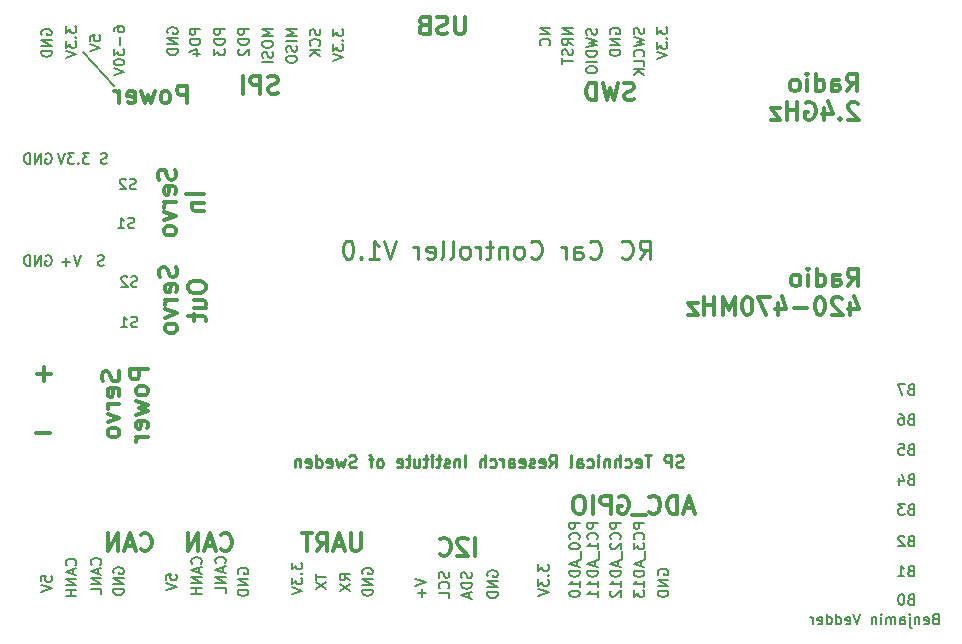
<source format=gbo>
G04 #@! TF.FileFunction,Legend,Bot*
%FSLAX46Y46*%
G04 Gerber Fmt 4.6, Leading zero omitted, Abs format (unit mm)*
G04 Created by KiCad (PCBNEW (2015-09-15 BZR 6201)-product) date tor 18 feb 2016 10:56:40*
%MOMM*%
G01*
G04 APERTURE LIST*
%ADD10C,0.100000*%
%ADD11C,0.152400*%
%ADD12C,0.300000*%
%ADD13C,0.228600*%
%ADD14C,0.279400*%
%ADD15C,0.200000*%
%ADD16C,6.101600*%
%ADD17R,1.300480X1.800860*%
%ADD18O,1.300480X1.800860*%
%ADD19C,1.000760*%
%ADD20R,1.828800X2.133600*%
%ADD21O,1.828800X2.133600*%
%ADD22R,1.828800X1.828800*%
%ADD23O,1.828800X1.828800*%
%ADD24R,1.925600X1.625600*%
%ADD25O,1.925600X1.625600*%
%ADD26R,3.101340X3.101340*%
%ADD27C,3.101340*%
%ADD28C,2.601600*%
G04 APERTURE END LIST*
D10*
D11*
X178032833Y-106108500D02*
X177905833Y-106150833D01*
X177863500Y-106193167D01*
X177821166Y-106277833D01*
X177821166Y-106404833D01*
X177863500Y-106489500D01*
X177905833Y-106531833D01*
X177990500Y-106574167D01*
X178329166Y-106574167D01*
X178329166Y-105685167D01*
X178032833Y-105685167D01*
X177948166Y-105727500D01*
X177905833Y-105769833D01*
X177863500Y-105854500D01*
X177863500Y-105939167D01*
X177905833Y-106023833D01*
X177948166Y-106066167D01*
X178032833Y-106108500D01*
X178329166Y-106108500D01*
X177524833Y-105685167D02*
X176932166Y-105685167D01*
X177313166Y-106574167D01*
X178032833Y-108648500D02*
X177905833Y-108690833D01*
X177863500Y-108733167D01*
X177821166Y-108817833D01*
X177821166Y-108944833D01*
X177863500Y-109029500D01*
X177905833Y-109071833D01*
X177990500Y-109114167D01*
X178329166Y-109114167D01*
X178329166Y-108225167D01*
X178032833Y-108225167D01*
X177948166Y-108267500D01*
X177905833Y-108309833D01*
X177863500Y-108394500D01*
X177863500Y-108479167D01*
X177905833Y-108563833D01*
X177948166Y-108606167D01*
X178032833Y-108648500D01*
X178329166Y-108648500D01*
X177059166Y-108225167D02*
X177228500Y-108225167D01*
X177313166Y-108267500D01*
X177355500Y-108309833D01*
X177440166Y-108436833D01*
X177482500Y-108606167D01*
X177482500Y-108944833D01*
X177440166Y-109029500D01*
X177397833Y-109071833D01*
X177313166Y-109114167D01*
X177143833Y-109114167D01*
X177059166Y-109071833D01*
X177016833Y-109029500D01*
X176974500Y-108944833D01*
X176974500Y-108733167D01*
X177016833Y-108648500D01*
X177059166Y-108606167D01*
X177143833Y-108563833D01*
X177313166Y-108563833D01*
X177397833Y-108606167D01*
X177440166Y-108648500D01*
X177482500Y-108733167D01*
X178032833Y-111188500D02*
X177905833Y-111230833D01*
X177863500Y-111273167D01*
X177821166Y-111357833D01*
X177821166Y-111484833D01*
X177863500Y-111569500D01*
X177905833Y-111611833D01*
X177990500Y-111654167D01*
X178329166Y-111654167D01*
X178329166Y-110765167D01*
X178032833Y-110765167D01*
X177948166Y-110807500D01*
X177905833Y-110849833D01*
X177863500Y-110934500D01*
X177863500Y-111019167D01*
X177905833Y-111103833D01*
X177948166Y-111146167D01*
X178032833Y-111188500D01*
X178329166Y-111188500D01*
X177016833Y-110765167D02*
X177440166Y-110765167D01*
X177482500Y-111188500D01*
X177440166Y-111146167D01*
X177355500Y-111103833D01*
X177143833Y-111103833D01*
X177059166Y-111146167D01*
X177016833Y-111188500D01*
X176974500Y-111273167D01*
X176974500Y-111484833D01*
X177016833Y-111569500D01*
X177059166Y-111611833D01*
X177143833Y-111654167D01*
X177355500Y-111654167D01*
X177440166Y-111611833D01*
X177482500Y-111569500D01*
X178032833Y-113728500D02*
X177905833Y-113770833D01*
X177863500Y-113813167D01*
X177821166Y-113897833D01*
X177821166Y-114024833D01*
X177863500Y-114109500D01*
X177905833Y-114151833D01*
X177990500Y-114194167D01*
X178329166Y-114194167D01*
X178329166Y-113305167D01*
X178032833Y-113305167D01*
X177948166Y-113347500D01*
X177905833Y-113389833D01*
X177863500Y-113474500D01*
X177863500Y-113559167D01*
X177905833Y-113643833D01*
X177948166Y-113686167D01*
X178032833Y-113728500D01*
X178329166Y-113728500D01*
X177059166Y-113601500D02*
X177059166Y-114194167D01*
X177270833Y-113262833D02*
X177482500Y-113897833D01*
X176932166Y-113897833D01*
X178032833Y-116268500D02*
X177905833Y-116310833D01*
X177863500Y-116353167D01*
X177821166Y-116437833D01*
X177821166Y-116564833D01*
X177863500Y-116649500D01*
X177905833Y-116691833D01*
X177990500Y-116734167D01*
X178329166Y-116734167D01*
X178329166Y-115845167D01*
X178032833Y-115845167D01*
X177948166Y-115887500D01*
X177905833Y-115929833D01*
X177863500Y-116014500D01*
X177863500Y-116099167D01*
X177905833Y-116183833D01*
X177948166Y-116226167D01*
X178032833Y-116268500D01*
X178329166Y-116268500D01*
X177524833Y-115845167D02*
X176974500Y-115845167D01*
X177270833Y-116183833D01*
X177143833Y-116183833D01*
X177059166Y-116226167D01*
X177016833Y-116268500D01*
X176974500Y-116353167D01*
X176974500Y-116564833D01*
X177016833Y-116649500D01*
X177059166Y-116691833D01*
X177143833Y-116734167D01*
X177397833Y-116734167D01*
X177482500Y-116691833D01*
X177524833Y-116649500D01*
X178032833Y-118935500D02*
X177905833Y-118977833D01*
X177863500Y-119020167D01*
X177821166Y-119104833D01*
X177821166Y-119231833D01*
X177863500Y-119316500D01*
X177905833Y-119358833D01*
X177990500Y-119401167D01*
X178329166Y-119401167D01*
X178329166Y-118512167D01*
X178032833Y-118512167D01*
X177948166Y-118554500D01*
X177905833Y-118596833D01*
X177863500Y-118681500D01*
X177863500Y-118766167D01*
X177905833Y-118850833D01*
X177948166Y-118893167D01*
X178032833Y-118935500D01*
X178329166Y-118935500D01*
X177482500Y-118596833D02*
X177440166Y-118554500D01*
X177355500Y-118512167D01*
X177143833Y-118512167D01*
X177059166Y-118554500D01*
X177016833Y-118596833D01*
X176974500Y-118681500D01*
X176974500Y-118766167D01*
X177016833Y-118893167D01*
X177524833Y-119401167D01*
X176974500Y-119401167D01*
X178032833Y-121475500D02*
X177905833Y-121517833D01*
X177863500Y-121560167D01*
X177821166Y-121644833D01*
X177821166Y-121771833D01*
X177863500Y-121856500D01*
X177905833Y-121898833D01*
X177990500Y-121941167D01*
X178329166Y-121941167D01*
X178329166Y-121052167D01*
X178032833Y-121052167D01*
X177948166Y-121094500D01*
X177905833Y-121136833D01*
X177863500Y-121221500D01*
X177863500Y-121306167D01*
X177905833Y-121390833D01*
X177948166Y-121433167D01*
X178032833Y-121475500D01*
X178329166Y-121475500D01*
X176974500Y-121941167D02*
X177482500Y-121941167D01*
X177228500Y-121941167D02*
X177228500Y-121052167D01*
X177313166Y-121179167D01*
X177397833Y-121263833D01*
X177482500Y-121306167D01*
X178032833Y-123888500D02*
X177905833Y-123930833D01*
X177863500Y-123973167D01*
X177821166Y-124057833D01*
X177821166Y-124184833D01*
X177863500Y-124269500D01*
X177905833Y-124311833D01*
X177990500Y-124354167D01*
X178329166Y-124354167D01*
X178329166Y-123465167D01*
X178032833Y-123465167D01*
X177948166Y-123507500D01*
X177905833Y-123549833D01*
X177863500Y-123634500D01*
X177863500Y-123719167D01*
X177905833Y-123803833D01*
X177948166Y-123846167D01*
X178032833Y-123888500D01*
X178329166Y-123888500D01*
X177270833Y-123465167D02*
X177186166Y-123465167D01*
X177101500Y-123507500D01*
X177059166Y-123549833D01*
X177016833Y-123634500D01*
X176974500Y-123803833D01*
X176974500Y-124015500D01*
X177016833Y-124184833D01*
X177059166Y-124269500D01*
X177101500Y-124311833D01*
X177186166Y-124354167D01*
X177270833Y-124354167D01*
X177355500Y-124311833D01*
X177397833Y-124269500D01*
X177440166Y-124184833D01*
X177482500Y-124015500D01*
X177482500Y-123803833D01*
X177440166Y-123634500D01*
X177397833Y-123549833D01*
X177355500Y-123507500D01*
X177270833Y-123465167D01*
X112310334Y-92434833D02*
X112183334Y-92477167D01*
X111971667Y-92477167D01*
X111887000Y-92434833D01*
X111844667Y-92392500D01*
X111802334Y-92307833D01*
X111802334Y-92223167D01*
X111844667Y-92138500D01*
X111887000Y-92096167D01*
X111971667Y-92053833D01*
X112141000Y-92011500D01*
X112225667Y-91969167D01*
X112268000Y-91926833D01*
X112310334Y-91842167D01*
X112310334Y-91757500D01*
X112268000Y-91672833D01*
X112225667Y-91630500D01*
X112141000Y-91588167D01*
X111929334Y-91588167D01*
X111802334Y-91630500D01*
X110955667Y-92477167D02*
X111463667Y-92477167D01*
X111209667Y-92477167D02*
X111209667Y-91588167D01*
X111294333Y-91715167D01*
X111379000Y-91799833D01*
X111463667Y-91842167D01*
X112437334Y-89132833D02*
X112310334Y-89175167D01*
X112098667Y-89175167D01*
X112014000Y-89132833D01*
X111971667Y-89090500D01*
X111929334Y-89005833D01*
X111929334Y-88921167D01*
X111971667Y-88836500D01*
X112014000Y-88794167D01*
X112098667Y-88751833D01*
X112268000Y-88709500D01*
X112352667Y-88667167D01*
X112395000Y-88624833D01*
X112437334Y-88540167D01*
X112437334Y-88455500D01*
X112395000Y-88370833D01*
X112352667Y-88328500D01*
X112268000Y-88286167D01*
X112056334Y-88286167D01*
X111929334Y-88328500D01*
X111590667Y-88370833D02*
X111548333Y-88328500D01*
X111463667Y-88286167D01*
X111252000Y-88286167D01*
X111167333Y-88328500D01*
X111125000Y-88370833D01*
X111082667Y-88455500D01*
X111082667Y-88540167D01*
X111125000Y-88667167D01*
X111633000Y-89175167D01*
X111082667Y-89175167D01*
X112564334Y-97387833D02*
X112437334Y-97430167D01*
X112225667Y-97430167D01*
X112141000Y-97387833D01*
X112098667Y-97345500D01*
X112056334Y-97260833D01*
X112056334Y-97176167D01*
X112098667Y-97091500D01*
X112141000Y-97049167D01*
X112225667Y-97006833D01*
X112395000Y-96964500D01*
X112479667Y-96922167D01*
X112522000Y-96879833D01*
X112564334Y-96795167D01*
X112564334Y-96710500D01*
X112522000Y-96625833D01*
X112479667Y-96583500D01*
X112395000Y-96541167D01*
X112183334Y-96541167D01*
X112056334Y-96583500D01*
X111717667Y-96625833D02*
X111675333Y-96583500D01*
X111590667Y-96541167D01*
X111379000Y-96541167D01*
X111294333Y-96583500D01*
X111252000Y-96625833D01*
X111209667Y-96710500D01*
X111209667Y-96795167D01*
X111252000Y-96922167D01*
X111760000Y-97430167D01*
X111209667Y-97430167D01*
X112564334Y-100816833D02*
X112437334Y-100859167D01*
X112225667Y-100859167D01*
X112141000Y-100816833D01*
X112098667Y-100774500D01*
X112056334Y-100689833D01*
X112056334Y-100605167D01*
X112098667Y-100520500D01*
X112141000Y-100478167D01*
X112225667Y-100435833D01*
X112395000Y-100393500D01*
X112479667Y-100351167D01*
X112522000Y-100308833D01*
X112564334Y-100224167D01*
X112564334Y-100139500D01*
X112522000Y-100054833D01*
X112479667Y-100012500D01*
X112395000Y-99970167D01*
X112183334Y-99970167D01*
X112056334Y-100012500D01*
X111209667Y-100859167D02*
X111717667Y-100859167D01*
X111463667Y-100859167D02*
X111463667Y-99970167D01*
X111548333Y-100097167D01*
X111633000Y-100181833D01*
X111717667Y-100224167D01*
D12*
X115866143Y-95766286D02*
X115937571Y-95980572D01*
X115937571Y-96337715D01*
X115866143Y-96480572D01*
X115794714Y-96552001D01*
X115651857Y-96623429D01*
X115509000Y-96623429D01*
X115366143Y-96552001D01*
X115294714Y-96480572D01*
X115223286Y-96337715D01*
X115151857Y-96052001D01*
X115080429Y-95909143D01*
X115009000Y-95837715D01*
X114866143Y-95766286D01*
X114723286Y-95766286D01*
X114580429Y-95837715D01*
X114509000Y-95909143D01*
X114437571Y-96052001D01*
X114437571Y-96409143D01*
X114509000Y-96623429D01*
X115866143Y-97837714D02*
X115937571Y-97694857D01*
X115937571Y-97409143D01*
X115866143Y-97266286D01*
X115723286Y-97194857D01*
X115151857Y-97194857D01*
X115009000Y-97266286D01*
X114937571Y-97409143D01*
X114937571Y-97694857D01*
X115009000Y-97837714D01*
X115151857Y-97909143D01*
X115294714Y-97909143D01*
X115437571Y-97194857D01*
X115937571Y-98552000D02*
X114937571Y-98552000D01*
X115223286Y-98552000D02*
X115080429Y-98623428D01*
X115009000Y-98694857D01*
X114937571Y-98837714D01*
X114937571Y-98980571D01*
X114937571Y-99337714D02*
X115937571Y-99694857D01*
X114937571Y-100051999D01*
X115937571Y-100837714D02*
X115866143Y-100694856D01*
X115794714Y-100623428D01*
X115651857Y-100551999D01*
X115223286Y-100551999D01*
X115080429Y-100623428D01*
X115009000Y-100694856D01*
X114937571Y-100837714D01*
X114937571Y-101051999D01*
X115009000Y-101194856D01*
X115080429Y-101266285D01*
X115223286Y-101337714D01*
X115651857Y-101337714D01*
X115794714Y-101266285D01*
X115866143Y-101194856D01*
X115937571Y-101051999D01*
X115937571Y-100837714D01*
X116837571Y-97302000D02*
X116837571Y-97587714D01*
X116909000Y-97730572D01*
X117051857Y-97873429D01*
X117337571Y-97944857D01*
X117837571Y-97944857D01*
X118123286Y-97873429D01*
X118266143Y-97730572D01*
X118337571Y-97587714D01*
X118337571Y-97302000D01*
X118266143Y-97159143D01*
X118123286Y-97016286D01*
X117837571Y-96944857D01*
X117337571Y-96944857D01*
X117051857Y-97016286D01*
X116909000Y-97159143D01*
X116837571Y-97302000D01*
X117337571Y-99230572D02*
X118337571Y-99230572D01*
X117337571Y-98587715D02*
X118123286Y-98587715D01*
X118266143Y-98659143D01*
X118337571Y-98802001D01*
X118337571Y-99016286D01*
X118266143Y-99159143D01*
X118194714Y-99230572D01*
X117337571Y-99730572D02*
X117337571Y-100302001D01*
X116837571Y-99944858D02*
X118123286Y-99944858D01*
X118266143Y-100016286D01*
X118337571Y-100159144D01*
X118337571Y-100302001D01*
D11*
X109728000Y-95609833D02*
X109601000Y-95652167D01*
X109389333Y-95652167D01*
X109304666Y-95609833D01*
X109262333Y-95567500D01*
X109220000Y-95482833D01*
X109220000Y-95398167D01*
X109262333Y-95313500D01*
X109304666Y-95271167D01*
X109389333Y-95228833D01*
X109558666Y-95186500D01*
X109643333Y-95144167D01*
X109685666Y-95101833D01*
X109728000Y-95017167D01*
X109728000Y-94932500D01*
X109685666Y-94847833D01*
X109643333Y-94805500D01*
X109558666Y-94763167D01*
X109347000Y-94763167D01*
X109220000Y-94805500D01*
X107780666Y-94763167D02*
X107484333Y-95652167D01*
X107188000Y-94763167D01*
X106891666Y-95313500D02*
X106214333Y-95313500D01*
X106553000Y-95652167D02*
X106553000Y-94974833D01*
X104817333Y-94805500D02*
X104901999Y-94763167D01*
X105028999Y-94763167D01*
X105155999Y-94805500D01*
X105240666Y-94890167D01*
X105282999Y-94974833D01*
X105325333Y-95144167D01*
X105325333Y-95271167D01*
X105282999Y-95440500D01*
X105240666Y-95525167D01*
X105155999Y-95609833D01*
X105028999Y-95652167D01*
X104944333Y-95652167D01*
X104817333Y-95609833D01*
X104774999Y-95567500D01*
X104774999Y-95271167D01*
X104944333Y-95271167D01*
X104393999Y-95652167D02*
X104393999Y-94763167D01*
X103885999Y-95652167D01*
X103885999Y-94763167D01*
X103462666Y-95652167D02*
X103462666Y-94763167D01*
X103251000Y-94763167D01*
X103124000Y-94805500D01*
X103039333Y-94890167D01*
X102997000Y-94974833D01*
X102954666Y-95144167D01*
X102954666Y-95271167D01*
X102997000Y-95440500D01*
X103039333Y-95525167D01*
X103124000Y-95609833D01*
X103251000Y-95652167D01*
X103462666Y-95652167D01*
X109982000Y-86973833D02*
X109855000Y-87016167D01*
X109643333Y-87016167D01*
X109558666Y-86973833D01*
X109516333Y-86931500D01*
X109474000Y-86846833D01*
X109474000Y-86762167D01*
X109516333Y-86677500D01*
X109558666Y-86635167D01*
X109643333Y-86592833D01*
X109812666Y-86550500D01*
X109897333Y-86508167D01*
X109939666Y-86465833D01*
X109982000Y-86381167D01*
X109982000Y-86296500D01*
X109939666Y-86211833D01*
X109897333Y-86169500D01*
X109812666Y-86127167D01*
X109601000Y-86127167D01*
X109474000Y-86169500D01*
X104817333Y-86169500D02*
X104901999Y-86127167D01*
X105028999Y-86127167D01*
X105155999Y-86169500D01*
X105240666Y-86254167D01*
X105282999Y-86338833D01*
X105325333Y-86508167D01*
X105325333Y-86635167D01*
X105282999Y-86804500D01*
X105240666Y-86889167D01*
X105155999Y-86973833D01*
X105028999Y-87016167D01*
X104944333Y-87016167D01*
X104817333Y-86973833D01*
X104774999Y-86931500D01*
X104774999Y-86635167D01*
X104944333Y-86635167D01*
X104393999Y-87016167D02*
X104393999Y-86127167D01*
X103885999Y-87016167D01*
X103885999Y-86127167D01*
X103462666Y-87016167D02*
X103462666Y-86127167D01*
X103251000Y-86127167D01*
X103124000Y-86169500D01*
X103039333Y-86254167D01*
X102997000Y-86338833D01*
X102954666Y-86508167D01*
X102954666Y-86635167D01*
X102997000Y-86804500D01*
X103039333Y-86889167D01*
X103124000Y-86973833D01*
X103251000Y-87016167D01*
X103462666Y-87016167D01*
X108500333Y-86127167D02*
X107950000Y-86127167D01*
X108246333Y-86465833D01*
X108119333Y-86465833D01*
X108034666Y-86508167D01*
X107992333Y-86550500D01*
X107950000Y-86635167D01*
X107950000Y-86846833D01*
X107992333Y-86931500D01*
X108034666Y-86973833D01*
X108119333Y-87016167D01*
X108373333Y-87016167D01*
X108458000Y-86973833D01*
X108500333Y-86931500D01*
X107568999Y-86931500D02*
X107526666Y-86973833D01*
X107568999Y-87016167D01*
X107611333Y-86973833D01*
X107568999Y-86931500D01*
X107568999Y-87016167D01*
X107230333Y-86127167D02*
X106680000Y-86127167D01*
X106976333Y-86465833D01*
X106849333Y-86465833D01*
X106764666Y-86508167D01*
X106722333Y-86550500D01*
X106680000Y-86635167D01*
X106680000Y-86846833D01*
X106722333Y-86931500D01*
X106764666Y-86973833D01*
X106849333Y-87016167D01*
X107103333Y-87016167D01*
X107188000Y-86973833D01*
X107230333Y-86931500D01*
X106425999Y-86127167D02*
X106129666Y-87016167D01*
X105833333Y-86127167D01*
D12*
X115739143Y-87511286D02*
X115810571Y-87725572D01*
X115810571Y-88082715D01*
X115739143Y-88225572D01*
X115667714Y-88297001D01*
X115524857Y-88368429D01*
X115382000Y-88368429D01*
X115239143Y-88297001D01*
X115167714Y-88225572D01*
X115096286Y-88082715D01*
X115024857Y-87797001D01*
X114953429Y-87654143D01*
X114882000Y-87582715D01*
X114739143Y-87511286D01*
X114596286Y-87511286D01*
X114453429Y-87582715D01*
X114382000Y-87654143D01*
X114310571Y-87797001D01*
X114310571Y-88154143D01*
X114382000Y-88368429D01*
X115739143Y-89582714D02*
X115810571Y-89439857D01*
X115810571Y-89154143D01*
X115739143Y-89011286D01*
X115596286Y-88939857D01*
X115024857Y-88939857D01*
X114882000Y-89011286D01*
X114810571Y-89154143D01*
X114810571Y-89439857D01*
X114882000Y-89582714D01*
X115024857Y-89654143D01*
X115167714Y-89654143D01*
X115310571Y-88939857D01*
X115810571Y-90297000D02*
X114810571Y-90297000D01*
X115096286Y-90297000D02*
X114953429Y-90368428D01*
X114882000Y-90439857D01*
X114810571Y-90582714D01*
X114810571Y-90725571D01*
X114810571Y-91082714D02*
X115810571Y-91439857D01*
X114810571Y-91796999D01*
X115810571Y-92582714D02*
X115739143Y-92439856D01*
X115667714Y-92368428D01*
X115524857Y-92296999D01*
X115096286Y-92296999D01*
X114953429Y-92368428D01*
X114882000Y-92439856D01*
X114810571Y-92582714D01*
X114810571Y-92796999D01*
X114882000Y-92939856D01*
X114953429Y-93011285D01*
X115096286Y-93082714D01*
X115524857Y-93082714D01*
X115667714Y-93011285D01*
X115739143Y-92939856D01*
X115810571Y-92796999D01*
X115810571Y-92582714D01*
X118210571Y-89618429D02*
X116710571Y-89618429D01*
X117210571Y-90332715D02*
X118210571Y-90332715D01*
X117353429Y-90332715D02*
X117282000Y-90404143D01*
X117210571Y-90547001D01*
X117210571Y-90761286D01*
X117282000Y-90904143D01*
X117424857Y-90975572D01*
X118210571Y-90975572D01*
D13*
X158753021Y-112679238D02*
X158607878Y-112727619D01*
X158365974Y-112727619D01*
X158269212Y-112679238D01*
X158220831Y-112630857D01*
X158172450Y-112534095D01*
X158172450Y-112437333D01*
X158220831Y-112340571D01*
X158269212Y-112292190D01*
X158365974Y-112243810D01*
X158559497Y-112195429D01*
X158656259Y-112147048D01*
X158704640Y-112098667D01*
X158753021Y-112001905D01*
X158753021Y-111905143D01*
X158704640Y-111808381D01*
X158656259Y-111760000D01*
X158559497Y-111711619D01*
X158317593Y-111711619D01*
X158172450Y-111760000D01*
X157737021Y-112727619D02*
X157737021Y-111711619D01*
X157349974Y-111711619D01*
X157253212Y-111760000D01*
X157204831Y-111808381D01*
X157156450Y-111905143D01*
X157156450Y-112050286D01*
X157204831Y-112147048D01*
X157253212Y-112195429D01*
X157349974Y-112243810D01*
X157737021Y-112243810D01*
X156092069Y-111711619D02*
X155511498Y-111711619D01*
X155801783Y-112727619D02*
X155801783Y-111711619D01*
X154785784Y-112679238D02*
X154882546Y-112727619D01*
X155076069Y-112727619D01*
X155172831Y-112679238D01*
X155221212Y-112582476D01*
X155221212Y-112195429D01*
X155172831Y-112098667D01*
X155076069Y-112050286D01*
X154882546Y-112050286D01*
X154785784Y-112098667D01*
X154737403Y-112195429D01*
X154737403Y-112292190D01*
X155221212Y-112388952D01*
X153866546Y-112679238D02*
X153963308Y-112727619D01*
X154156831Y-112727619D01*
X154253593Y-112679238D01*
X154301974Y-112630857D01*
X154350355Y-112534095D01*
X154350355Y-112243810D01*
X154301974Y-112147048D01*
X154253593Y-112098667D01*
X154156831Y-112050286D01*
X153963308Y-112050286D01*
X153866546Y-112098667D01*
X153431117Y-112727619D02*
X153431117Y-111711619D01*
X152995689Y-112727619D02*
X152995689Y-112195429D01*
X153044070Y-112098667D01*
X153140832Y-112050286D01*
X153285974Y-112050286D01*
X153382736Y-112098667D01*
X153431117Y-112147048D01*
X152511879Y-112050286D02*
X152511879Y-112727619D01*
X152511879Y-112147048D02*
X152463498Y-112098667D01*
X152366736Y-112050286D01*
X152221594Y-112050286D01*
X152124832Y-112098667D01*
X152076451Y-112195429D01*
X152076451Y-112727619D01*
X151592641Y-112727619D02*
X151592641Y-112050286D01*
X151592641Y-111711619D02*
X151641022Y-111760000D01*
X151592641Y-111808381D01*
X151544260Y-111760000D01*
X151592641Y-111711619D01*
X151592641Y-111808381D01*
X150673403Y-112679238D02*
X150770165Y-112727619D01*
X150963688Y-112727619D01*
X151060450Y-112679238D01*
X151108831Y-112630857D01*
X151157212Y-112534095D01*
X151157212Y-112243810D01*
X151108831Y-112147048D01*
X151060450Y-112098667D01*
X150963688Y-112050286D01*
X150770165Y-112050286D01*
X150673403Y-112098667D01*
X149802546Y-112727619D02*
X149802546Y-112195429D01*
X149850927Y-112098667D01*
X149947689Y-112050286D01*
X150141212Y-112050286D01*
X150237974Y-112098667D01*
X149802546Y-112679238D02*
X149899308Y-112727619D01*
X150141212Y-112727619D01*
X150237974Y-112679238D01*
X150286355Y-112582476D01*
X150286355Y-112485714D01*
X150237974Y-112388952D01*
X150141212Y-112340571D01*
X149899308Y-112340571D01*
X149802546Y-112292190D01*
X149173593Y-112727619D02*
X149270355Y-112679238D01*
X149318736Y-112582476D01*
X149318736Y-111711619D01*
X147431880Y-112727619D02*
X147770546Y-112243810D01*
X148012451Y-112727619D02*
X148012451Y-111711619D01*
X147625404Y-111711619D01*
X147528642Y-111760000D01*
X147480261Y-111808381D01*
X147431880Y-111905143D01*
X147431880Y-112050286D01*
X147480261Y-112147048D01*
X147528642Y-112195429D01*
X147625404Y-112243810D01*
X148012451Y-112243810D01*
X146609404Y-112679238D02*
X146706166Y-112727619D01*
X146899689Y-112727619D01*
X146996451Y-112679238D01*
X147044832Y-112582476D01*
X147044832Y-112195429D01*
X146996451Y-112098667D01*
X146899689Y-112050286D01*
X146706166Y-112050286D01*
X146609404Y-112098667D01*
X146561023Y-112195429D01*
X146561023Y-112292190D01*
X147044832Y-112388952D01*
X146173975Y-112679238D02*
X146077213Y-112727619D01*
X145883689Y-112727619D01*
X145786928Y-112679238D01*
X145738547Y-112582476D01*
X145738547Y-112534095D01*
X145786928Y-112437333D01*
X145883689Y-112388952D01*
X146028832Y-112388952D01*
X146125594Y-112340571D01*
X146173975Y-112243810D01*
X146173975Y-112195429D01*
X146125594Y-112098667D01*
X146028832Y-112050286D01*
X145883689Y-112050286D01*
X145786928Y-112098667D01*
X144916071Y-112679238D02*
X145012833Y-112727619D01*
X145206356Y-112727619D01*
X145303118Y-112679238D01*
X145351499Y-112582476D01*
X145351499Y-112195429D01*
X145303118Y-112098667D01*
X145206356Y-112050286D01*
X145012833Y-112050286D01*
X144916071Y-112098667D01*
X144867690Y-112195429D01*
X144867690Y-112292190D01*
X145351499Y-112388952D01*
X143996833Y-112727619D02*
X143996833Y-112195429D01*
X144045214Y-112098667D01*
X144141976Y-112050286D01*
X144335499Y-112050286D01*
X144432261Y-112098667D01*
X143996833Y-112679238D02*
X144093595Y-112727619D01*
X144335499Y-112727619D01*
X144432261Y-112679238D01*
X144480642Y-112582476D01*
X144480642Y-112485714D01*
X144432261Y-112388952D01*
X144335499Y-112340571D01*
X144093595Y-112340571D01*
X143996833Y-112292190D01*
X143513023Y-112727619D02*
X143513023Y-112050286D01*
X143513023Y-112243810D02*
X143464642Y-112147048D01*
X143416261Y-112098667D01*
X143319499Y-112050286D01*
X143222738Y-112050286D01*
X142448643Y-112679238D02*
X142545405Y-112727619D01*
X142738928Y-112727619D01*
X142835690Y-112679238D01*
X142884071Y-112630857D01*
X142932452Y-112534095D01*
X142932452Y-112243810D01*
X142884071Y-112147048D01*
X142835690Y-112098667D01*
X142738928Y-112050286D01*
X142545405Y-112050286D01*
X142448643Y-112098667D01*
X142013214Y-112727619D02*
X142013214Y-111711619D01*
X141577786Y-112727619D02*
X141577786Y-112195429D01*
X141626167Y-112098667D01*
X141722929Y-112050286D01*
X141868071Y-112050286D01*
X141964833Y-112098667D01*
X142013214Y-112147048D01*
X140319881Y-112727619D02*
X140319881Y-111711619D01*
X139836071Y-112050286D02*
X139836071Y-112727619D01*
X139836071Y-112147048D02*
X139787690Y-112098667D01*
X139690928Y-112050286D01*
X139545786Y-112050286D01*
X139449024Y-112098667D01*
X139400643Y-112195429D01*
X139400643Y-112727619D01*
X138965214Y-112679238D02*
X138868452Y-112727619D01*
X138674928Y-112727619D01*
X138578167Y-112679238D01*
X138529786Y-112582476D01*
X138529786Y-112534095D01*
X138578167Y-112437333D01*
X138674928Y-112388952D01*
X138820071Y-112388952D01*
X138916833Y-112340571D01*
X138965214Y-112243810D01*
X138965214Y-112195429D01*
X138916833Y-112098667D01*
X138820071Y-112050286D01*
X138674928Y-112050286D01*
X138578167Y-112098667D01*
X138239500Y-112050286D02*
X137852452Y-112050286D01*
X138094357Y-111711619D02*
X138094357Y-112582476D01*
X138045976Y-112679238D01*
X137949214Y-112727619D01*
X137852452Y-112727619D01*
X137513786Y-112727619D02*
X137513786Y-112050286D01*
X137513786Y-111711619D02*
X137562167Y-111760000D01*
X137513786Y-111808381D01*
X137465405Y-111760000D01*
X137513786Y-111711619D01*
X137513786Y-111808381D01*
X137175119Y-112050286D02*
X136788071Y-112050286D01*
X137029976Y-111711619D02*
X137029976Y-112582476D01*
X136981595Y-112679238D01*
X136884833Y-112727619D01*
X136788071Y-112727619D01*
X136013977Y-112050286D02*
X136013977Y-112727619D01*
X136449405Y-112050286D02*
X136449405Y-112582476D01*
X136401024Y-112679238D01*
X136304262Y-112727619D01*
X136159120Y-112727619D01*
X136062358Y-112679238D01*
X136013977Y-112630857D01*
X135675310Y-112050286D02*
X135288262Y-112050286D01*
X135530167Y-111711619D02*
X135530167Y-112582476D01*
X135481786Y-112679238D01*
X135385024Y-112727619D01*
X135288262Y-112727619D01*
X134562549Y-112679238D02*
X134659311Y-112727619D01*
X134852834Y-112727619D01*
X134949596Y-112679238D01*
X134997977Y-112582476D01*
X134997977Y-112195429D01*
X134949596Y-112098667D01*
X134852834Y-112050286D01*
X134659311Y-112050286D01*
X134562549Y-112098667D01*
X134514168Y-112195429D01*
X134514168Y-112292190D01*
X134997977Y-112388952D01*
X133159501Y-112727619D02*
X133256263Y-112679238D01*
X133304644Y-112630857D01*
X133353025Y-112534095D01*
X133353025Y-112243810D01*
X133304644Y-112147048D01*
X133256263Y-112098667D01*
X133159501Y-112050286D01*
X133014359Y-112050286D01*
X132917597Y-112098667D01*
X132869216Y-112147048D01*
X132820835Y-112243810D01*
X132820835Y-112534095D01*
X132869216Y-112630857D01*
X132917597Y-112679238D01*
X133014359Y-112727619D01*
X133159501Y-112727619D01*
X132530549Y-112050286D02*
X132143501Y-112050286D01*
X132385406Y-112727619D02*
X132385406Y-111856762D01*
X132337025Y-111760000D01*
X132240263Y-111711619D01*
X132143501Y-111711619D01*
X131079121Y-112679238D02*
X130933978Y-112727619D01*
X130692074Y-112727619D01*
X130595312Y-112679238D01*
X130546931Y-112630857D01*
X130498550Y-112534095D01*
X130498550Y-112437333D01*
X130546931Y-112340571D01*
X130595312Y-112292190D01*
X130692074Y-112243810D01*
X130885597Y-112195429D01*
X130982359Y-112147048D01*
X131030740Y-112098667D01*
X131079121Y-112001905D01*
X131079121Y-111905143D01*
X131030740Y-111808381D01*
X130982359Y-111760000D01*
X130885597Y-111711619D01*
X130643693Y-111711619D01*
X130498550Y-111760000D01*
X130159883Y-112050286D02*
X129966359Y-112727619D01*
X129772836Y-112243810D01*
X129579312Y-112727619D01*
X129385788Y-112050286D01*
X128611693Y-112679238D02*
X128708455Y-112727619D01*
X128901978Y-112727619D01*
X128998740Y-112679238D01*
X129047121Y-112582476D01*
X129047121Y-112195429D01*
X128998740Y-112098667D01*
X128901978Y-112050286D01*
X128708455Y-112050286D01*
X128611693Y-112098667D01*
X128563312Y-112195429D01*
X128563312Y-112292190D01*
X129047121Y-112388952D01*
X127692455Y-112727619D02*
X127692455Y-111711619D01*
X127692455Y-112679238D02*
X127789217Y-112727619D01*
X127982740Y-112727619D01*
X128079502Y-112679238D01*
X128127883Y-112630857D01*
X128176264Y-112534095D01*
X128176264Y-112243810D01*
X128127883Y-112147048D01*
X128079502Y-112098667D01*
X127982740Y-112050286D01*
X127789217Y-112050286D01*
X127692455Y-112098667D01*
X126821598Y-112679238D02*
X126918360Y-112727619D01*
X127111883Y-112727619D01*
X127208645Y-112679238D01*
X127257026Y-112582476D01*
X127257026Y-112195429D01*
X127208645Y-112098667D01*
X127111883Y-112050286D01*
X126918360Y-112050286D01*
X126821598Y-112098667D01*
X126773217Y-112195429D01*
X126773217Y-112292190D01*
X127257026Y-112388952D01*
X126337788Y-112050286D02*
X126337788Y-112727619D01*
X126337788Y-112147048D02*
X126289407Y-112098667D01*
X126192645Y-112050286D01*
X126047503Y-112050286D01*
X125950741Y-112098667D01*
X125902360Y-112195429D01*
X125902360Y-112727619D01*
D11*
X180107165Y-125539500D02*
X179980165Y-125581833D01*
X179937832Y-125624167D01*
X179895498Y-125708833D01*
X179895498Y-125835833D01*
X179937832Y-125920500D01*
X179980165Y-125962833D01*
X180064832Y-126005167D01*
X180403498Y-126005167D01*
X180403498Y-125116167D01*
X180107165Y-125116167D01*
X180022498Y-125158500D01*
X179980165Y-125200833D01*
X179937832Y-125285500D01*
X179937832Y-125370167D01*
X179980165Y-125454833D01*
X180022498Y-125497167D01*
X180107165Y-125539500D01*
X180403498Y-125539500D01*
X179175832Y-125962833D02*
X179260498Y-126005167D01*
X179429832Y-126005167D01*
X179514498Y-125962833D01*
X179556832Y-125878167D01*
X179556832Y-125539500D01*
X179514498Y-125454833D01*
X179429832Y-125412500D01*
X179260498Y-125412500D01*
X179175832Y-125454833D01*
X179133498Y-125539500D01*
X179133498Y-125624167D01*
X179556832Y-125708833D01*
X178752498Y-125412500D02*
X178752498Y-126005167D01*
X178752498Y-125497167D02*
X178710165Y-125454833D01*
X178625498Y-125412500D01*
X178498498Y-125412500D01*
X178413832Y-125454833D01*
X178371498Y-125539500D01*
X178371498Y-126005167D01*
X177948165Y-125412500D02*
X177948165Y-126174500D01*
X177990499Y-126259167D01*
X178075165Y-126301500D01*
X178117499Y-126301500D01*
X177948165Y-125116167D02*
X177990499Y-125158500D01*
X177948165Y-125200833D01*
X177905832Y-125158500D01*
X177948165Y-125116167D01*
X177948165Y-125200833D01*
X177143832Y-126005167D02*
X177143832Y-125539500D01*
X177186166Y-125454833D01*
X177270832Y-125412500D01*
X177440166Y-125412500D01*
X177524832Y-125454833D01*
X177143832Y-125962833D02*
X177228499Y-126005167D01*
X177440166Y-126005167D01*
X177524832Y-125962833D01*
X177567166Y-125878167D01*
X177567166Y-125793500D01*
X177524832Y-125708833D01*
X177440166Y-125666500D01*
X177228499Y-125666500D01*
X177143832Y-125624167D01*
X176720499Y-126005167D02*
X176720499Y-125412500D01*
X176720499Y-125497167D02*
X176678166Y-125454833D01*
X176593499Y-125412500D01*
X176466499Y-125412500D01*
X176381833Y-125454833D01*
X176339499Y-125539500D01*
X176339499Y-126005167D01*
X176339499Y-125539500D02*
X176297166Y-125454833D01*
X176212499Y-125412500D01*
X176085499Y-125412500D01*
X176000833Y-125454833D01*
X175958499Y-125539500D01*
X175958499Y-126005167D01*
X175535166Y-126005167D02*
X175535166Y-125412500D01*
X175535166Y-125116167D02*
X175577500Y-125158500D01*
X175535166Y-125200833D01*
X175492833Y-125158500D01*
X175535166Y-125116167D01*
X175535166Y-125200833D01*
X175111833Y-125412500D02*
X175111833Y-126005167D01*
X175111833Y-125497167D02*
X175069500Y-125454833D01*
X174984833Y-125412500D01*
X174857833Y-125412500D01*
X174773167Y-125454833D01*
X174730833Y-125539500D01*
X174730833Y-126005167D01*
X173757167Y-125116167D02*
X173460834Y-126005167D01*
X173164501Y-125116167D01*
X172529501Y-125962833D02*
X172614167Y-126005167D01*
X172783501Y-126005167D01*
X172868167Y-125962833D01*
X172910501Y-125878167D01*
X172910501Y-125539500D01*
X172868167Y-125454833D01*
X172783501Y-125412500D01*
X172614167Y-125412500D01*
X172529501Y-125454833D01*
X172487167Y-125539500D01*
X172487167Y-125624167D01*
X172910501Y-125708833D01*
X171725167Y-126005167D02*
X171725167Y-125116167D01*
X171725167Y-125962833D02*
X171809834Y-126005167D01*
X171979167Y-126005167D01*
X172063834Y-125962833D01*
X172106167Y-125920500D01*
X172148501Y-125835833D01*
X172148501Y-125581833D01*
X172106167Y-125497167D01*
X172063834Y-125454833D01*
X171979167Y-125412500D01*
X171809834Y-125412500D01*
X171725167Y-125454833D01*
X170920834Y-126005167D02*
X170920834Y-125116167D01*
X170920834Y-125962833D02*
X171005501Y-126005167D01*
X171174834Y-126005167D01*
X171259501Y-125962833D01*
X171301834Y-125920500D01*
X171344168Y-125835833D01*
X171344168Y-125581833D01*
X171301834Y-125497167D01*
X171259501Y-125454833D01*
X171174834Y-125412500D01*
X171005501Y-125412500D01*
X170920834Y-125454833D01*
X170158835Y-125962833D02*
X170243501Y-126005167D01*
X170412835Y-126005167D01*
X170497501Y-125962833D01*
X170539835Y-125878167D01*
X170539835Y-125539500D01*
X170497501Y-125454833D01*
X170412835Y-125412500D01*
X170243501Y-125412500D01*
X170158835Y-125454833D01*
X170116501Y-125539500D01*
X170116501Y-125624167D01*
X170539835Y-125708833D01*
X169735501Y-126005167D02*
X169735501Y-125412500D01*
X169735501Y-125581833D02*
X169693168Y-125497167D01*
X169650835Y-125454833D01*
X169566168Y-125412500D01*
X169481501Y-125412500D01*
D14*
X155085144Y-95050429D02*
X155593144Y-94324714D01*
X155956001Y-95050429D02*
X155956001Y-93526429D01*
X155375429Y-93526429D01*
X155230287Y-93599000D01*
X155157715Y-93671571D01*
X155085144Y-93816714D01*
X155085144Y-94034429D01*
X155157715Y-94179571D01*
X155230287Y-94252143D01*
X155375429Y-94324714D01*
X155956001Y-94324714D01*
X153561144Y-94905286D02*
X153633715Y-94977857D01*
X153851429Y-95050429D01*
X153996572Y-95050429D01*
X154214287Y-94977857D01*
X154359429Y-94832714D01*
X154432001Y-94687571D01*
X154504572Y-94397286D01*
X154504572Y-94179571D01*
X154432001Y-93889286D01*
X154359429Y-93744143D01*
X154214287Y-93599000D01*
X153996572Y-93526429D01*
X153851429Y-93526429D01*
X153633715Y-93599000D01*
X153561144Y-93671571D01*
X150876001Y-94905286D02*
X150948572Y-94977857D01*
X151166286Y-95050429D01*
X151311429Y-95050429D01*
X151529144Y-94977857D01*
X151674286Y-94832714D01*
X151746858Y-94687571D01*
X151819429Y-94397286D01*
X151819429Y-94179571D01*
X151746858Y-93889286D01*
X151674286Y-93744143D01*
X151529144Y-93599000D01*
X151311429Y-93526429D01*
X151166286Y-93526429D01*
X150948572Y-93599000D01*
X150876001Y-93671571D01*
X149569715Y-95050429D02*
X149569715Y-94252143D01*
X149642286Y-94107000D01*
X149787429Y-94034429D01*
X150077715Y-94034429D01*
X150222858Y-94107000D01*
X149569715Y-94977857D02*
X149714858Y-95050429D01*
X150077715Y-95050429D01*
X150222858Y-94977857D01*
X150295429Y-94832714D01*
X150295429Y-94687571D01*
X150222858Y-94542429D01*
X150077715Y-94469857D01*
X149714858Y-94469857D01*
X149569715Y-94397286D01*
X148844001Y-95050429D02*
X148844001Y-94034429D01*
X148844001Y-94324714D02*
X148771429Y-94179571D01*
X148698858Y-94107000D01*
X148553715Y-94034429D01*
X148408572Y-94034429D01*
X145868572Y-94905286D02*
X145941143Y-94977857D01*
X146158857Y-95050429D01*
X146304000Y-95050429D01*
X146521715Y-94977857D01*
X146666857Y-94832714D01*
X146739429Y-94687571D01*
X146812000Y-94397286D01*
X146812000Y-94179571D01*
X146739429Y-93889286D01*
X146666857Y-93744143D01*
X146521715Y-93599000D01*
X146304000Y-93526429D01*
X146158857Y-93526429D01*
X145941143Y-93599000D01*
X145868572Y-93671571D01*
X144997715Y-95050429D02*
X145142857Y-94977857D01*
X145215429Y-94905286D01*
X145288000Y-94760143D01*
X145288000Y-94324714D01*
X145215429Y-94179571D01*
X145142857Y-94107000D01*
X144997715Y-94034429D01*
X144780000Y-94034429D01*
X144634857Y-94107000D01*
X144562286Y-94179571D01*
X144489715Y-94324714D01*
X144489715Y-94760143D01*
X144562286Y-94905286D01*
X144634857Y-94977857D01*
X144780000Y-95050429D01*
X144997715Y-95050429D01*
X143836572Y-94034429D02*
X143836572Y-95050429D01*
X143836572Y-94179571D02*
X143764000Y-94107000D01*
X143618858Y-94034429D01*
X143401143Y-94034429D01*
X143256000Y-94107000D01*
X143183429Y-94252143D01*
X143183429Y-95050429D01*
X142675429Y-94034429D02*
X142094858Y-94034429D01*
X142457715Y-93526429D02*
X142457715Y-94832714D01*
X142385143Y-94977857D01*
X142240001Y-95050429D01*
X142094858Y-95050429D01*
X141586858Y-95050429D02*
X141586858Y-94034429D01*
X141586858Y-94324714D02*
X141514286Y-94179571D01*
X141441715Y-94107000D01*
X141296572Y-94034429D01*
X141151429Y-94034429D01*
X140425715Y-95050429D02*
X140570857Y-94977857D01*
X140643429Y-94905286D01*
X140716000Y-94760143D01*
X140716000Y-94324714D01*
X140643429Y-94179571D01*
X140570857Y-94107000D01*
X140425715Y-94034429D01*
X140208000Y-94034429D01*
X140062857Y-94107000D01*
X139990286Y-94179571D01*
X139917715Y-94324714D01*
X139917715Y-94760143D01*
X139990286Y-94905286D01*
X140062857Y-94977857D01*
X140208000Y-95050429D01*
X140425715Y-95050429D01*
X139046858Y-95050429D02*
X139192000Y-94977857D01*
X139264572Y-94832714D01*
X139264572Y-93526429D01*
X138248572Y-95050429D02*
X138393714Y-94977857D01*
X138466286Y-94832714D01*
X138466286Y-93526429D01*
X137087428Y-94977857D02*
X137232571Y-95050429D01*
X137522857Y-95050429D01*
X137668000Y-94977857D01*
X137740571Y-94832714D01*
X137740571Y-94252143D01*
X137668000Y-94107000D01*
X137522857Y-94034429D01*
X137232571Y-94034429D01*
X137087428Y-94107000D01*
X137014857Y-94252143D01*
X137014857Y-94397286D01*
X137740571Y-94542429D01*
X136361714Y-95050429D02*
X136361714Y-94034429D01*
X136361714Y-94324714D02*
X136289142Y-94179571D01*
X136216571Y-94107000D01*
X136071428Y-94034429D01*
X135926285Y-94034429D01*
X134474856Y-93526429D02*
X133966856Y-95050429D01*
X133458856Y-93526429D01*
X132152570Y-95050429D02*
X133023427Y-95050429D01*
X132587999Y-95050429D02*
X132587999Y-93526429D01*
X132733142Y-93744143D01*
X132878284Y-93889286D01*
X133023427Y-93961857D01*
X131499427Y-94905286D02*
X131426855Y-94977857D01*
X131499427Y-95050429D01*
X131571998Y-94977857D01*
X131499427Y-94905286D01*
X131499427Y-95050429D01*
X130483427Y-93526429D02*
X130338284Y-93526429D01*
X130193141Y-93599000D01*
X130120570Y-93671571D01*
X130047999Y-93816714D01*
X129975427Y-94107000D01*
X129975427Y-94469857D01*
X130047999Y-94760143D01*
X130120570Y-94905286D01*
X130193141Y-94977857D01*
X130338284Y-95050429D01*
X130483427Y-95050429D01*
X130628570Y-94977857D01*
X130701141Y-94905286D01*
X130773713Y-94760143D01*
X130846284Y-94469857D01*
X130846284Y-94107000D01*
X130773713Y-93816714D01*
X130701141Y-93671571D01*
X130628570Y-93599000D01*
X130483427Y-93526429D01*
D12*
X172648714Y-80885571D02*
X173148714Y-80171286D01*
X173505857Y-80885571D02*
X173505857Y-79385571D01*
X172934429Y-79385571D01*
X172791571Y-79457000D01*
X172720143Y-79528429D01*
X172648714Y-79671286D01*
X172648714Y-79885571D01*
X172720143Y-80028429D01*
X172791571Y-80099857D01*
X172934429Y-80171286D01*
X173505857Y-80171286D01*
X171363000Y-80885571D02*
X171363000Y-80099857D01*
X171434429Y-79957000D01*
X171577286Y-79885571D01*
X171863000Y-79885571D01*
X172005857Y-79957000D01*
X171363000Y-80814143D02*
X171505857Y-80885571D01*
X171863000Y-80885571D01*
X172005857Y-80814143D01*
X172077286Y-80671286D01*
X172077286Y-80528429D01*
X172005857Y-80385571D01*
X171863000Y-80314143D01*
X171505857Y-80314143D01*
X171363000Y-80242714D01*
X170005857Y-80885571D02*
X170005857Y-79385571D01*
X170005857Y-80814143D02*
X170148714Y-80885571D01*
X170434428Y-80885571D01*
X170577286Y-80814143D01*
X170648714Y-80742714D01*
X170720143Y-80599857D01*
X170720143Y-80171286D01*
X170648714Y-80028429D01*
X170577286Y-79957000D01*
X170434428Y-79885571D01*
X170148714Y-79885571D01*
X170005857Y-79957000D01*
X169291571Y-80885571D02*
X169291571Y-79885571D01*
X169291571Y-79385571D02*
X169363000Y-79457000D01*
X169291571Y-79528429D01*
X169220143Y-79457000D01*
X169291571Y-79385571D01*
X169291571Y-79528429D01*
X168362999Y-80885571D02*
X168505857Y-80814143D01*
X168577285Y-80742714D01*
X168648714Y-80599857D01*
X168648714Y-80171286D01*
X168577285Y-80028429D01*
X168505857Y-79957000D01*
X168362999Y-79885571D01*
X168148714Y-79885571D01*
X168005857Y-79957000D01*
X167934428Y-80028429D01*
X167862999Y-80171286D01*
X167862999Y-80599857D01*
X167934428Y-80742714D01*
X168005857Y-80814143D01*
X168148714Y-80885571D01*
X168362999Y-80885571D01*
X173577286Y-81928429D02*
X173505857Y-81857000D01*
X173363000Y-81785571D01*
X173005857Y-81785571D01*
X172863000Y-81857000D01*
X172791571Y-81928429D01*
X172720143Y-82071286D01*
X172720143Y-82214143D01*
X172791571Y-82428429D01*
X173648714Y-83285571D01*
X172720143Y-83285571D01*
X172077286Y-83142714D02*
X172005858Y-83214143D01*
X172077286Y-83285571D01*
X172148715Y-83214143D01*
X172077286Y-83142714D01*
X172077286Y-83285571D01*
X170720143Y-82285571D02*
X170720143Y-83285571D01*
X171077286Y-81714143D02*
X171434429Y-82785571D01*
X170505857Y-82785571D01*
X169148715Y-81857000D02*
X169291572Y-81785571D01*
X169505858Y-81785571D01*
X169720143Y-81857000D01*
X169863001Y-81999857D01*
X169934429Y-82142714D01*
X170005858Y-82428429D01*
X170005858Y-82642714D01*
X169934429Y-82928429D01*
X169863001Y-83071286D01*
X169720143Y-83214143D01*
X169505858Y-83285571D01*
X169363001Y-83285571D01*
X169148715Y-83214143D01*
X169077286Y-83142714D01*
X169077286Y-82642714D01*
X169363001Y-82642714D01*
X168434429Y-83285571D02*
X168434429Y-81785571D01*
X168434429Y-82499857D02*
X167577286Y-82499857D01*
X167577286Y-83285571D02*
X167577286Y-81785571D01*
X167005857Y-82285571D02*
X166220143Y-82285571D01*
X167005857Y-83285571D01*
X166220143Y-83285571D01*
X172712214Y-97395571D02*
X173212214Y-96681286D01*
X173569357Y-97395571D02*
X173569357Y-95895571D01*
X172997929Y-95895571D01*
X172855071Y-95967000D01*
X172783643Y-96038429D01*
X172712214Y-96181286D01*
X172712214Y-96395571D01*
X172783643Y-96538429D01*
X172855071Y-96609857D01*
X172997929Y-96681286D01*
X173569357Y-96681286D01*
X171426500Y-97395571D02*
X171426500Y-96609857D01*
X171497929Y-96467000D01*
X171640786Y-96395571D01*
X171926500Y-96395571D01*
X172069357Y-96467000D01*
X171426500Y-97324143D02*
X171569357Y-97395571D01*
X171926500Y-97395571D01*
X172069357Y-97324143D01*
X172140786Y-97181286D01*
X172140786Y-97038429D01*
X172069357Y-96895571D01*
X171926500Y-96824143D01*
X171569357Y-96824143D01*
X171426500Y-96752714D01*
X170069357Y-97395571D02*
X170069357Y-95895571D01*
X170069357Y-97324143D02*
X170212214Y-97395571D01*
X170497928Y-97395571D01*
X170640786Y-97324143D01*
X170712214Y-97252714D01*
X170783643Y-97109857D01*
X170783643Y-96681286D01*
X170712214Y-96538429D01*
X170640786Y-96467000D01*
X170497928Y-96395571D01*
X170212214Y-96395571D01*
X170069357Y-96467000D01*
X169355071Y-97395571D02*
X169355071Y-96395571D01*
X169355071Y-95895571D02*
X169426500Y-95967000D01*
X169355071Y-96038429D01*
X169283643Y-95967000D01*
X169355071Y-95895571D01*
X169355071Y-96038429D01*
X168426499Y-97395571D02*
X168569357Y-97324143D01*
X168640785Y-97252714D01*
X168712214Y-97109857D01*
X168712214Y-96681286D01*
X168640785Y-96538429D01*
X168569357Y-96467000D01*
X168426499Y-96395571D01*
X168212214Y-96395571D01*
X168069357Y-96467000D01*
X167997928Y-96538429D01*
X167926499Y-96681286D01*
X167926499Y-97109857D01*
X167997928Y-97252714D01*
X168069357Y-97324143D01*
X168212214Y-97395571D01*
X168426499Y-97395571D01*
X172926500Y-98795571D02*
X172926500Y-99795571D01*
X173283643Y-98224143D02*
X173640786Y-99295571D01*
X172712214Y-99295571D01*
X172212215Y-98438429D02*
X172140786Y-98367000D01*
X171997929Y-98295571D01*
X171640786Y-98295571D01*
X171497929Y-98367000D01*
X171426500Y-98438429D01*
X171355072Y-98581286D01*
X171355072Y-98724143D01*
X171426500Y-98938429D01*
X172283643Y-99795571D01*
X171355072Y-99795571D01*
X170426501Y-98295571D02*
X170283644Y-98295571D01*
X170140787Y-98367000D01*
X170069358Y-98438429D01*
X169997929Y-98581286D01*
X169926501Y-98867000D01*
X169926501Y-99224143D01*
X169997929Y-99509857D01*
X170069358Y-99652714D01*
X170140787Y-99724143D01*
X170283644Y-99795571D01*
X170426501Y-99795571D01*
X170569358Y-99724143D01*
X170640787Y-99652714D01*
X170712215Y-99509857D01*
X170783644Y-99224143D01*
X170783644Y-98867000D01*
X170712215Y-98581286D01*
X170640787Y-98438429D01*
X170569358Y-98367000D01*
X170426501Y-98295571D01*
X169283644Y-99224143D02*
X168140787Y-99224143D01*
X166783644Y-98795571D02*
X166783644Y-99795571D01*
X167140787Y-98224143D02*
X167497930Y-99295571D01*
X166569358Y-99295571D01*
X166140787Y-98295571D02*
X165140787Y-98295571D01*
X165783644Y-99795571D01*
X164283645Y-98295571D02*
X164140788Y-98295571D01*
X163997931Y-98367000D01*
X163926502Y-98438429D01*
X163855073Y-98581286D01*
X163783645Y-98867000D01*
X163783645Y-99224143D01*
X163855073Y-99509857D01*
X163926502Y-99652714D01*
X163997931Y-99724143D01*
X164140788Y-99795571D01*
X164283645Y-99795571D01*
X164426502Y-99724143D01*
X164497931Y-99652714D01*
X164569359Y-99509857D01*
X164640788Y-99224143D01*
X164640788Y-98867000D01*
X164569359Y-98581286D01*
X164497931Y-98438429D01*
X164426502Y-98367000D01*
X164283645Y-98295571D01*
X163140788Y-99795571D02*
X163140788Y-98295571D01*
X162640788Y-99367000D01*
X162140788Y-98295571D01*
X162140788Y-99795571D01*
X161426502Y-99795571D02*
X161426502Y-98295571D01*
X161426502Y-99009857D02*
X160569359Y-99009857D01*
X160569359Y-99795571D02*
X160569359Y-98295571D01*
X159997930Y-98795571D02*
X159212216Y-98795571D01*
X159997930Y-99795571D01*
X159212216Y-99795571D01*
D15*
X107950000Y-77533500D02*
X110553500Y-80454500D01*
D12*
X116756285Y-81895071D02*
X116756285Y-80395071D01*
X116184857Y-80395071D01*
X116041999Y-80466500D01*
X115970571Y-80537929D01*
X115899142Y-80680786D01*
X115899142Y-80895071D01*
X115970571Y-81037929D01*
X116041999Y-81109357D01*
X116184857Y-81180786D01*
X116756285Y-81180786D01*
X115041999Y-81895071D02*
X115184857Y-81823643D01*
X115256285Y-81752214D01*
X115327714Y-81609357D01*
X115327714Y-81180786D01*
X115256285Y-81037929D01*
X115184857Y-80966500D01*
X115041999Y-80895071D01*
X114827714Y-80895071D01*
X114684857Y-80966500D01*
X114613428Y-81037929D01*
X114541999Y-81180786D01*
X114541999Y-81609357D01*
X114613428Y-81752214D01*
X114684857Y-81823643D01*
X114827714Y-81895071D01*
X115041999Y-81895071D01*
X114041999Y-80895071D02*
X113756285Y-81895071D01*
X113470571Y-81180786D01*
X113184856Y-81895071D01*
X112899142Y-80895071D01*
X111756285Y-81823643D02*
X111899142Y-81895071D01*
X112184856Y-81895071D01*
X112327713Y-81823643D01*
X112399142Y-81680786D01*
X112399142Y-81109357D01*
X112327713Y-80966500D01*
X112184856Y-80895071D01*
X111899142Y-80895071D01*
X111756285Y-80966500D01*
X111684856Y-81109357D01*
X111684856Y-81252214D01*
X112399142Y-81395071D01*
X111041999Y-81895071D02*
X111041999Y-80895071D01*
X111041999Y-81180786D02*
X110970571Y-81037929D01*
X110899142Y-80966500D01*
X110756285Y-80895071D01*
X110613428Y-80895071D01*
D11*
X110574667Y-75797833D02*
X110574667Y-75628499D01*
X110617000Y-75543833D01*
X110659333Y-75501499D01*
X110786333Y-75416833D01*
X110955667Y-75374499D01*
X111294333Y-75374499D01*
X111379000Y-75416833D01*
X111421333Y-75459166D01*
X111463667Y-75543833D01*
X111463667Y-75713166D01*
X111421333Y-75797833D01*
X111379000Y-75840166D01*
X111294333Y-75882499D01*
X111082667Y-75882499D01*
X110998000Y-75840166D01*
X110955667Y-75797833D01*
X110913333Y-75713166D01*
X110913333Y-75543833D01*
X110955667Y-75459166D01*
X110998000Y-75416833D01*
X111082667Y-75374499D01*
X111125000Y-76263500D02*
X111125000Y-76940833D01*
X110574667Y-77279500D02*
X110574667Y-77829833D01*
X110913333Y-77533500D01*
X110913333Y-77660500D01*
X110955667Y-77745167D01*
X110998000Y-77787500D01*
X111082667Y-77829833D01*
X111294333Y-77829833D01*
X111379000Y-77787500D01*
X111421333Y-77745167D01*
X111463667Y-77660500D01*
X111463667Y-77406500D01*
X111421333Y-77321833D01*
X111379000Y-77279500D01*
X110574667Y-78380167D02*
X110574667Y-78464834D01*
X110617000Y-78549500D01*
X110659333Y-78591834D01*
X110744000Y-78634167D01*
X110913333Y-78676500D01*
X111125000Y-78676500D01*
X111294333Y-78634167D01*
X111379000Y-78591834D01*
X111421333Y-78549500D01*
X111463667Y-78464834D01*
X111463667Y-78380167D01*
X111421333Y-78295500D01*
X111379000Y-78253167D01*
X111294333Y-78210834D01*
X111125000Y-78168500D01*
X110913333Y-78168500D01*
X110744000Y-78210834D01*
X110659333Y-78253167D01*
X110617000Y-78295500D01*
X110574667Y-78380167D01*
X110574667Y-78930501D02*
X111463667Y-79226834D01*
X110574667Y-79523167D01*
X108542667Y-76602167D02*
X108542667Y-76178834D01*
X108966000Y-76136500D01*
X108923667Y-76178834D01*
X108881333Y-76263500D01*
X108881333Y-76475167D01*
X108923667Y-76559834D01*
X108966000Y-76602167D01*
X109050667Y-76644500D01*
X109262333Y-76644500D01*
X109347000Y-76602167D01*
X109389333Y-76559834D01*
X109431667Y-76475167D01*
X109431667Y-76263500D01*
X109389333Y-76178834D01*
X109347000Y-76136500D01*
X108542667Y-76898501D02*
X109431667Y-77194834D01*
X108542667Y-77491167D01*
X106510667Y-75395667D02*
X106510667Y-75946000D01*
X106849333Y-75649667D01*
X106849333Y-75776667D01*
X106891667Y-75861334D01*
X106934000Y-75903667D01*
X107018667Y-75946000D01*
X107230333Y-75946000D01*
X107315000Y-75903667D01*
X107357333Y-75861334D01*
X107399667Y-75776667D01*
X107399667Y-75522667D01*
X107357333Y-75438000D01*
X107315000Y-75395667D01*
X107315000Y-76327001D02*
X107357333Y-76369334D01*
X107399667Y-76327001D01*
X107357333Y-76284667D01*
X107315000Y-76327001D01*
X107399667Y-76327001D01*
X106510667Y-76665667D02*
X106510667Y-77216000D01*
X106849333Y-76919667D01*
X106849333Y-77046667D01*
X106891667Y-77131334D01*
X106934000Y-77173667D01*
X107018667Y-77216000D01*
X107230333Y-77216000D01*
X107315000Y-77173667D01*
X107357333Y-77131334D01*
X107399667Y-77046667D01*
X107399667Y-76792667D01*
X107357333Y-76708000D01*
X107315000Y-76665667D01*
X106510667Y-77470001D02*
X107399667Y-77766334D01*
X106510667Y-78062667D01*
X104457500Y-76094167D02*
X104415167Y-76009501D01*
X104415167Y-75882501D01*
X104457500Y-75755501D01*
X104542167Y-75670834D01*
X104626833Y-75628501D01*
X104796167Y-75586167D01*
X104923167Y-75586167D01*
X105092500Y-75628501D01*
X105177167Y-75670834D01*
X105261833Y-75755501D01*
X105304167Y-75882501D01*
X105304167Y-75967167D01*
X105261833Y-76094167D01*
X105219500Y-76136501D01*
X104923167Y-76136501D01*
X104923167Y-75967167D01*
X105304167Y-76517501D02*
X104415167Y-76517501D01*
X105304167Y-77025501D01*
X104415167Y-77025501D01*
X105304167Y-77448834D02*
X104415167Y-77448834D01*
X104415167Y-77660500D01*
X104457500Y-77787500D01*
X104542167Y-77872167D01*
X104626833Y-77914500D01*
X104796167Y-77956834D01*
X104923167Y-77956834D01*
X105092500Y-77914500D01*
X105177167Y-77872167D01*
X105261833Y-77787500D01*
X105304167Y-77660500D01*
X105304167Y-77448834D01*
D12*
X124471714Y-80998143D02*
X124257428Y-81069571D01*
X123900285Y-81069571D01*
X123757428Y-80998143D01*
X123685999Y-80926714D01*
X123614571Y-80783857D01*
X123614571Y-80641000D01*
X123685999Y-80498143D01*
X123757428Y-80426714D01*
X123900285Y-80355286D01*
X124185999Y-80283857D01*
X124328857Y-80212429D01*
X124400285Y-80141000D01*
X124471714Y-79998143D01*
X124471714Y-79855286D01*
X124400285Y-79712429D01*
X124328857Y-79641000D01*
X124185999Y-79569571D01*
X123828857Y-79569571D01*
X123614571Y-79641000D01*
X122971714Y-81069571D02*
X122971714Y-79569571D01*
X122400286Y-79569571D01*
X122257428Y-79641000D01*
X122186000Y-79712429D01*
X122114571Y-79855286D01*
X122114571Y-80069571D01*
X122186000Y-80212429D01*
X122257428Y-80283857D01*
X122400286Y-80355286D01*
X122971714Y-80355286D01*
X121471714Y-81069571D02*
X121471714Y-79569571D01*
D11*
X115125500Y-75967167D02*
X115083167Y-75882501D01*
X115083167Y-75755501D01*
X115125500Y-75628501D01*
X115210167Y-75543834D01*
X115294833Y-75501501D01*
X115464167Y-75459167D01*
X115591167Y-75459167D01*
X115760500Y-75501501D01*
X115845167Y-75543834D01*
X115929833Y-75628501D01*
X115972167Y-75755501D01*
X115972167Y-75840167D01*
X115929833Y-75967167D01*
X115887500Y-76009501D01*
X115591167Y-76009501D01*
X115591167Y-75840167D01*
X115972167Y-76390501D02*
X115083167Y-76390501D01*
X115972167Y-76898501D01*
X115083167Y-76898501D01*
X115972167Y-77321834D02*
X115083167Y-77321834D01*
X115083167Y-77533500D01*
X115125500Y-77660500D01*
X115210167Y-77745167D01*
X115294833Y-77787500D01*
X115464167Y-77829834D01*
X115591167Y-77829834D01*
X115760500Y-77787500D01*
X115845167Y-77745167D01*
X115929833Y-77660500D01*
X115972167Y-77533500D01*
X115972167Y-77321834D01*
X117877167Y-75607334D02*
X116988167Y-75607334D01*
X116988167Y-75946000D01*
X117030500Y-76030667D01*
X117072833Y-76073000D01*
X117157500Y-76115334D01*
X117284500Y-76115334D01*
X117369167Y-76073000D01*
X117411500Y-76030667D01*
X117453833Y-75946000D01*
X117453833Y-75607334D01*
X117877167Y-76496334D02*
X116988167Y-76496334D01*
X116988167Y-76708000D01*
X117030500Y-76835000D01*
X117115167Y-76919667D01*
X117199833Y-76962000D01*
X117369167Y-77004334D01*
X117496167Y-77004334D01*
X117665500Y-76962000D01*
X117750167Y-76919667D01*
X117834833Y-76835000D01*
X117877167Y-76708000D01*
X117877167Y-76496334D01*
X117284500Y-77766334D02*
X117877167Y-77766334D01*
X116945833Y-77554667D02*
X117580833Y-77343000D01*
X117580833Y-77893334D01*
X119972667Y-75607334D02*
X119083667Y-75607334D01*
X119083667Y-75946000D01*
X119126000Y-76030667D01*
X119168333Y-76073000D01*
X119253000Y-76115334D01*
X119380000Y-76115334D01*
X119464667Y-76073000D01*
X119507000Y-76030667D01*
X119549333Y-75946000D01*
X119549333Y-75607334D01*
X119972667Y-76496334D02*
X119083667Y-76496334D01*
X119083667Y-76708000D01*
X119126000Y-76835000D01*
X119210667Y-76919667D01*
X119295333Y-76962000D01*
X119464667Y-77004334D01*
X119591667Y-77004334D01*
X119761000Y-76962000D01*
X119845667Y-76919667D01*
X119930333Y-76835000D01*
X119972667Y-76708000D01*
X119972667Y-76496334D01*
X119083667Y-77300667D02*
X119083667Y-77851000D01*
X119422333Y-77554667D01*
X119422333Y-77681667D01*
X119464667Y-77766334D01*
X119507000Y-77808667D01*
X119591667Y-77851000D01*
X119803333Y-77851000D01*
X119888000Y-77808667D01*
X119930333Y-77766334D01*
X119972667Y-77681667D01*
X119972667Y-77427667D01*
X119930333Y-77343000D01*
X119888000Y-77300667D01*
X122004667Y-75607334D02*
X121115667Y-75607334D01*
X121115667Y-75946000D01*
X121158000Y-76030667D01*
X121200333Y-76073000D01*
X121285000Y-76115334D01*
X121412000Y-76115334D01*
X121496667Y-76073000D01*
X121539000Y-76030667D01*
X121581333Y-75946000D01*
X121581333Y-75607334D01*
X122004667Y-76496334D02*
X121115667Y-76496334D01*
X121115667Y-76708000D01*
X121158000Y-76835000D01*
X121242667Y-76919667D01*
X121327333Y-76962000D01*
X121496667Y-77004334D01*
X121623667Y-77004334D01*
X121793000Y-76962000D01*
X121877667Y-76919667D01*
X121962333Y-76835000D01*
X122004667Y-76708000D01*
X122004667Y-76496334D01*
X121200333Y-77343000D02*
X121158000Y-77385334D01*
X121115667Y-77470000D01*
X121115667Y-77681667D01*
X121158000Y-77766334D01*
X121200333Y-77808667D01*
X121285000Y-77851000D01*
X121369667Y-77851000D01*
X121496667Y-77808667D01*
X122004667Y-77300667D01*
X122004667Y-77851000D01*
X124036667Y-75628501D02*
X123147667Y-75628501D01*
X123782667Y-75924834D01*
X123147667Y-76221167D01*
X124036667Y-76221167D01*
X123147667Y-76813834D02*
X123147667Y-76983167D01*
X123190000Y-77067834D01*
X123274667Y-77152501D01*
X123444000Y-77194834D01*
X123740333Y-77194834D01*
X123909667Y-77152501D01*
X123994333Y-77067834D01*
X124036667Y-76983167D01*
X124036667Y-76813834D01*
X123994333Y-76729167D01*
X123909667Y-76644501D01*
X123740333Y-76602167D01*
X123444000Y-76602167D01*
X123274667Y-76644501D01*
X123190000Y-76729167D01*
X123147667Y-76813834D01*
X123994333Y-77533500D02*
X124036667Y-77660500D01*
X124036667Y-77872167D01*
X123994333Y-77956834D01*
X123952000Y-77999167D01*
X123867333Y-78041500D01*
X123782667Y-78041500D01*
X123698000Y-77999167D01*
X123655667Y-77956834D01*
X123613333Y-77872167D01*
X123571000Y-77702834D01*
X123528667Y-77618167D01*
X123486333Y-77575834D01*
X123401667Y-77533500D01*
X123317000Y-77533500D01*
X123232333Y-77575834D01*
X123190000Y-77618167D01*
X123147667Y-77702834D01*
X123147667Y-77914500D01*
X123190000Y-78041500D01*
X124036667Y-78422501D02*
X123147667Y-78422501D01*
X126068667Y-75628501D02*
X125179667Y-75628501D01*
X125814667Y-75924834D01*
X125179667Y-76221167D01*
X126068667Y-76221167D01*
X126068667Y-76644501D02*
X125179667Y-76644501D01*
X126026333Y-77025500D02*
X126068667Y-77152500D01*
X126068667Y-77364167D01*
X126026333Y-77448834D01*
X125984000Y-77491167D01*
X125899333Y-77533500D01*
X125814667Y-77533500D01*
X125730000Y-77491167D01*
X125687667Y-77448834D01*
X125645333Y-77364167D01*
X125603000Y-77194834D01*
X125560667Y-77110167D01*
X125518333Y-77067834D01*
X125433667Y-77025500D01*
X125349000Y-77025500D01*
X125264333Y-77067834D01*
X125222000Y-77110167D01*
X125179667Y-77194834D01*
X125179667Y-77406500D01*
X125222000Y-77533500D01*
X125179667Y-78083834D02*
X125179667Y-78253167D01*
X125222000Y-78337834D01*
X125306667Y-78422501D01*
X125476000Y-78464834D01*
X125772333Y-78464834D01*
X125941667Y-78422501D01*
X126026333Y-78337834D01*
X126068667Y-78253167D01*
X126068667Y-78083834D01*
X126026333Y-77999167D01*
X125941667Y-77914501D01*
X125772333Y-77872167D01*
X125476000Y-77872167D01*
X125306667Y-77914501D01*
X125222000Y-77999167D01*
X125179667Y-78083834D01*
X127994833Y-75628500D02*
X128037167Y-75755500D01*
X128037167Y-75967167D01*
X127994833Y-76051834D01*
X127952500Y-76094167D01*
X127867833Y-76136500D01*
X127783167Y-76136500D01*
X127698500Y-76094167D01*
X127656167Y-76051834D01*
X127613833Y-75967167D01*
X127571500Y-75797834D01*
X127529167Y-75713167D01*
X127486833Y-75670834D01*
X127402167Y-75628500D01*
X127317500Y-75628500D01*
X127232833Y-75670834D01*
X127190500Y-75713167D01*
X127148167Y-75797834D01*
X127148167Y-76009500D01*
X127190500Y-76136500D01*
X127952500Y-77025501D02*
X127994833Y-76983167D01*
X128037167Y-76856167D01*
X128037167Y-76771501D01*
X127994833Y-76644501D01*
X127910167Y-76559834D01*
X127825500Y-76517501D01*
X127656167Y-76475167D01*
X127529167Y-76475167D01*
X127359833Y-76517501D01*
X127275167Y-76559834D01*
X127190500Y-76644501D01*
X127148167Y-76771501D01*
X127148167Y-76856167D01*
X127190500Y-76983167D01*
X127232833Y-77025501D01*
X128037167Y-77406501D02*
X127148167Y-77406501D01*
X128037167Y-77914501D02*
X127529167Y-77533501D01*
X127148167Y-77914501D02*
X127656167Y-77406501D01*
X129116667Y-75649667D02*
X129116667Y-76200000D01*
X129455333Y-75903667D01*
X129455333Y-76030667D01*
X129497667Y-76115334D01*
X129540000Y-76157667D01*
X129624667Y-76200000D01*
X129836333Y-76200000D01*
X129921000Y-76157667D01*
X129963333Y-76115334D01*
X130005667Y-76030667D01*
X130005667Y-75776667D01*
X129963333Y-75692000D01*
X129921000Y-75649667D01*
X129921000Y-76581001D02*
X129963333Y-76623334D01*
X130005667Y-76581001D01*
X129963333Y-76538667D01*
X129921000Y-76581001D01*
X130005667Y-76581001D01*
X129116667Y-76919667D02*
X129116667Y-77470000D01*
X129455333Y-77173667D01*
X129455333Y-77300667D01*
X129497667Y-77385334D01*
X129540000Y-77427667D01*
X129624667Y-77470000D01*
X129836333Y-77470000D01*
X129921000Y-77427667D01*
X129963333Y-77385334D01*
X130005667Y-77300667D01*
X130005667Y-77046667D01*
X129963333Y-76962000D01*
X129921000Y-76919667D01*
X129116667Y-77724001D02*
X130005667Y-78020334D01*
X129116667Y-78316667D01*
X147531667Y-75565001D02*
X146642667Y-75565001D01*
X147531667Y-76073001D01*
X146642667Y-76073001D01*
X147447000Y-77004334D02*
X147489333Y-76962000D01*
X147531667Y-76835000D01*
X147531667Y-76750334D01*
X147489333Y-76623334D01*
X147404667Y-76538667D01*
X147320000Y-76496334D01*
X147150667Y-76454000D01*
X147023667Y-76454000D01*
X146854333Y-76496334D01*
X146769667Y-76538667D01*
X146685000Y-76623334D01*
X146642667Y-76750334D01*
X146642667Y-76835000D01*
X146685000Y-76962000D01*
X146727333Y-77004334D01*
D12*
X140322857Y-74553071D02*
X140322857Y-75767357D01*
X140251429Y-75910214D01*
X140180000Y-75981643D01*
X140037143Y-76053071D01*
X139751429Y-76053071D01*
X139608571Y-75981643D01*
X139537143Y-75910214D01*
X139465714Y-75767357D01*
X139465714Y-74553071D01*
X138822857Y-75981643D02*
X138608571Y-76053071D01*
X138251428Y-76053071D01*
X138108571Y-75981643D01*
X138037142Y-75910214D01*
X137965714Y-75767357D01*
X137965714Y-75624500D01*
X138037142Y-75481643D01*
X138108571Y-75410214D01*
X138251428Y-75338786D01*
X138537142Y-75267357D01*
X138680000Y-75195929D01*
X138751428Y-75124500D01*
X138822857Y-74981643D01*
X138822857Y-74838786D01*
X138751428Y-74695929D01*
X138680000Y-74624500D01*
X138537142Y-74553071D01*
X138180000Y-74553071D01*
X137965714Y-74624500D01*
X136822857Y-75267357D02*
X136608571Y-75338786D01*
X136537143Y-75410214D01*
X136465714Y-75553071D01*
X136465714Y-75767357D01*
X136537143Y-75910214D01*
X136608571Y-75981643D01*
X136751429Y-76053071D01*
X137322857Y-76053071D01*
X137322857Y-74553071D01*
X136822857Y-74553071D01*
X136680000Y-74624500D01*
X136608571Y-74695929D01*
X136537143Y-74838786D01*
X136537143Y-74981643D01*
X136608571Y-75124500D01*
X136680000Y-75195929D01*
X136822857Y-75267357D01*
X137322857Y-75267357D01*
X154626214Y-81569643D02*
X154411928Y-81641071D01*
X154054785Y-81641071D01*
X153911928Y-81569643D01*
X153840499Y-81498214D01*
X153769071Y-81355357D01*
X153769071Y-81212500D01*
X153840499Y-81069643D01*
X153911928Y-80998214D01*
X154054785Y-80926786D01*
X154340499Y-80855357D01*
X154483357Y-80783929D01*
X154554785Y-80712500D01*
X154626214Y-80569643D01*
X154626214Y-80426786D01*
X154554785Y-80283929D01*
X154483357Y-80212500D01*
X154340499Y-80141071D01*
X153983357Y-80141071D01*
X153769071Y-80212500D01*
X153269071Y-80141071D02*
X152911928Y-81641071D01*
X152626214Y-80569643D01*
X152340500Y-81641071D01*
X151983357Y-80141071D01*
X151411928Y-81641071D02*
X151411928Y-80141071D01*
X151054785Y-80141071D01*
X150840500Y-80212500D01*
X150697642Y-80355357D01*
X150626214Y-80498214D01*
X150554785Y-80783929D01*
X150554785Y-80998214D01*
X150626214Y-81283929D01*
X150697642Y-81426786D01*
X150840500Y-81569643D01*
X151054785Y-81641071D01*
X151411928Y-81641071D01*
D11*
X156548667Y-75459167D02*
X156548667Y-76009500D01*
X156887333Y-75713167D01*
X156887333Y-75840167D01*
X156929667Y-75924834D01*
X156972000Y-75967167D01*
X157056667Y-76009500D01*
X157268333Y-76009500D01*
X157353000Y-75967167D01*
X157395333Y-75924834D01*
X157437667Y-75840167D01*
X157437667Y-75586167D01*
X157395333Y-75501500D01*
X157353000Y-75459167D01*
X157353000Y-76390501D02*
X157395333Y-76432834D01*
X157437667Y-76390501D01*
X157395333Y-76348167D01*
X157353000Y-76390501D01*
X157437667Y-76390501D01*
X156548667Y-76729167D02*
X156548667Y-77279500D01*
X156887333Y-76983167D01*
X156887333Y-77110167D01*
X156929667Y-77194834D01*
X156972000Y-77237167D01*
X157056667Y-77279500D01*
X157268333Y-77279500D01*
X157353000Y-77237167D01*
X157395333Y-77194834D01*
X157437667Y-77110167D01*
X157437667Y-76856167D01*
X157395333Y-76771500D01*
X157353000Y-76729167D01*
X156548667Y-77533501D02*
X157437667Y-77829834D01*
X156548667Y-78126167D01*
X149436667Y-75565001D02*
X148547667Y-75565001D01*
X149436667Y-76073001D01*
X148547667Y-76073001D01*
X149436667Y-77004334D02*
X149013333Y-76708000D01*
X149436667Y-76496334D02*
X148547667Y-76496334D01*
X148547667Y-76835000D01*
X148590000Y-76919667D01*
X148632333Y-76962000D01*
X148717000Y-77004334D01*
X148844000Y-77004334D01*
X148928667Y-76962000D01*
X148971000Y-76919667D01*
X149013333Y-76835000D01*
X149013333Y-76496334D01*
X149394333Y-77343000D02*
X149436667Y-77470000D01*
X149436667Y-77681667D01*
X149394333Y-77766334D01*
X149352000Y-77808667D01*
X149267333Y-77851000D01*
X149182667Y-77851000D01*
X149098000Y-77808667D01*
X149055667Y-77766334D01*
X149013333Y-77681667D01*
X148971000Y-77512334D01*
X148928667Y-77427667D01*
X148886333Y-77385334D01*
X148801667Y-77343000D01*
X148717000Y-77343000D01*
X148632333Y-77385334D01*
X148590000Y-77427667D01*
X148547667Y-77512334D01*
X148547667Y-77724000D01*
X148590000Y-77851000D01*
X148547667Y-78105001D02*
X148547667Y-78613001D01*
X149436667Y-78359001D02*
X148547667Y-78359001D01*
X151426333Y-75586167D02*
X151468667Y-75713167D01*
X151468667Y-75924834D01*
X151426333Y-76009501D01*
X151384000Y-76051834D01*
X151299333Y-76094167D01*
X151214667Y-76094167D01*
X151130000Y-76051834D01*
X151087667Y-76009501D01*
X151045333Y-75924834D01*
X151003000Y-75755501D01*
X150960667Y-75670834D01*
X150918333Y-75628501D01*
X150833667Y-75586167D01*
X150749000Y-75586167D01*
X150664333Y-75628501D01*
X150622000Y-75670834D01*
X150579667Y-75755501D01*
X150579667Y-75967167D01*
X150622000Y-76094167D01*
X150579667Y-76390501D02*
X151468667Y-76602168D01*
X150833667Y-76771501D01*
X151468667Y-76940834D01*
X150579667Y-77152501D01*
X151468667Y-77491168D02*
X150579667Y-77491168D01*
X150579667Y-77702834D01*
X150622000Y-77829834D01*
X150706667Y-77914501D01*
X150791333Y-77956834D01*
X150960667Y-77999168D01*
X151087667Y-77999168D01*
X151257000Y-77956834D01*
X151341667Y-77914501D01*
X151426333Y-77829834D01*
X151468667Y-77702834D01*
X151468667Y-77491168D01*
X151468667Y-78380168D02*
X150579667Y-78380168D01*
X150579667Y-78972834D02*
X150579667Y-79142167D01*
X150622000Y-79226834D01*
X150706667Y-79311501D01*
X150876000Y-79353834D01*
X151172333Y-79353834D01*
X151341667Y-79311501D01*
X151426333Y-79226834D01*
X151468667Y-79142167D01*
X151468667Y-78972834D01*
X151426333Y-78888167D01*
X151341667Y-78803501D01*
X151172333Y-78761167D01*
X150876000Y-78761167D01*
X150706667Y-78803501D01*
X150622000Y-78888167D01*
X150579667Y-78972834D01*
X152590500Y-76030667D02*
X152548167Y-75946001D01*
X152548167Y-75819001D01*
X152590500Y-75692001D01*
X152675167Y-75607334D01*
X152759833Y-75565001D01*
X152929167Y-75522667D01*
X153056167Y-75522667D01*
X153225500Y-75565001D01*
X153310167Y-75607334D01*
X153394833Y-75692001D01*
X153437167Y-75819001D01*
X153437167Y-75903667D01*
X153394833Y-76030667D01*
X153352500Y-76073001D01*
X153056167Y-76073001D01*
X153056167Y-75903667D01*
X153437167Y-76454001D02*
X152548167Y-76454001D01*
X153437167Y-76962001D01*
X152548167Y-76962001D01*
X153437167Y-77385334D02*
X152548167Y-77385334D01*
X152548167Y-77597000D01*
X152590500Y-77724000D01*
X152675167Y-77808667D01*
X152759833Y-77851000D01*
X152929167Y-77893334D01*
X153056167Y-77893334D01*
X153225500Y-77851000D01*
X153310167Y-77808667D01*
X153394833Y-77724000D01*
X153437167Y-77597000D01*
X153437167Y-77385334D01*
X155426833Y-75522666D02*
X155469167Y-75649666D01*
X155469167Y-75861333D01*
X155426833Y-75946000D01*
X155384500Y-75988333D01*
X155299833Y-76030666D01*
X155215167Y-76030666D01*
X155130500Y-75988333D01*
X155088167Y-75946000D01*
X155045833Y-75861333D01*
X155003500Y-75692000D01*
X154961167Y-75607333D01*
X154918833Y-75565000D01*
X154834167Y-75522666D01*
X154749500Y-75522666D01*
X154664833Y-75565000D01*
X154622500Y-75607333D01*
X154580167Y-75692000D01*
X154580167Y-75903666D01*
X154622500Y-76030666D01*
X154580167Y-76327000D02*
X155469167Y-76538667D01*
X154834167Y-76708000D01*
X155469167Y-76877333D01*
X154580167Y-77089000D01*
X155384500Y-77935667D02*
X155426833Y-77893333D01*
X155469167Y-77766333D01*
X155469167Y-77681667D01*
X155426833Y-77554667D01*
X155342167Y-77470000D01*
X155257500Y-77427667D01*
X155088167Y-77385333D01*
X154961167Y-77385333D01*
X154791833Y-77427667D01*
X154707167Y-77470000D01*
X154622500Y-77554667D01*
X154580167Y-77681667D01*
X154580167Y-77766333D01*
X154622500Y-77893333D01*
X154664833Y-77935667D01*
X155469167Y-78740000D02*
X155469167Y-78316667D01*
X154580167Y-78316667D01*
X155469167Y-79036334D02*
X154580167Y-79036334D01*
X155469167Y-79544334D02*
X154961167Y-79163334D01*
X154580167Y-79544334D02*
X155088167Y-79036334D01*
D12*
X112851285Y-119661714D02*
X112922714Y-119733143D01*
X113137000Y-119804571D01*
X113279857Y-119804571D01*
X113494142Y-119733143D01*
X113637000Y-119590286D01*
X113708428Y-119447429D01*
X113779857Y-119161714D01*
X113779857Y-118947429D01*
X113708428Y-118661714D01*
X113637000Y-118518857D01*
X113494142Y-118376000D01*
X113279857Y-118304571D01*
X113137000Y-118304571D01*
X112922714Y-118376000D01*
X112851285Y-118447429D01*
X112279857Y-119376000D02*
X111565571Y-119376000D01*
X112422714Y-119804571D02*
X111922714Y-118304571D01*
X111422714Y-119804571D01*
X110922714Y-119804571D02*
X110922714Y-118304571D01*
X110065571Y-119804571D01*
X110065571Y-118304571D01*
X119645785Y-119661714D02*
X119717214Y-119733143D01*
X119931500Y-119804571D01*
X120074357Y-119804571D01*
X120288642Y-119733143D01*
X120431500Y-119590286D01*
X120502928Y-119447429D01*
X120574357Y-119161714D01*
X120574357Y-118947429D01*
X120502928Y-118661714D01*
X120431500Y-118518857D01*
X120288642Y-118376000D01*
X120074357Y-118304571D01*
X119931500Y-118304571D01*
X119717214Y-118376000D01*
X119645785Y-118447429D01*
X119074357Y-119376000D02*
X118360071Y-119376000D01*
X119217214Y-119804571D02*
X118717214Y-118304571D01*
X118217214Y-119804571D01*
X117717214Y-119804571D02*
X117717214Y-118304571D01*
X116860071Y-119804571D01*
X116860071Y-118304571D01*
D11*
X117919500Y-120882834D02*
X117961833Y-120840500D01*
X118004167Y-120713500D01*
X118004167Y-120628834D01*
X117961833Y-120501834D01*
X117877167Y-120417167D01*
X117792500Y-120374834D01*
X117623167Y-120332500D01*
X117496167Y-120332500D01*
X117326833Y-120374834D01*
X117242167Y-120417167D01*
X117157500Y-120501834D01*
X117115167Y-120628834D01*
X117115167Y-120713500D01*
X117157500Y-120840500D01*
X117199833Y-120882834D01*
X117750167Y-121221500D02*
X117750167Y-121644834D01*
X118004167Y-121136834D02*
X117115167Y-121433167D01*
X118004167Y-121729500D01*
X118004167Y-122025834D02*
X117115167Y-122025834D01*
X118004167Y-122533834D01*
X117115167Y-122533834D01*
X118004167Y-122957167D02*
X117115167Y-122957167D01*
X117538500Y-122957167D02*
X117538500Y-123465167D01*
X118004167Y-123465167D02*
X117115167Y-123465167D01*
X119951500Y-120861667D02*
X119993833Y-120819333D01*
X120036167Y-120692333D01*
X120036167Y-120607667D01*
X119993833Y-120480667D01*
X119909167Y-120396000D01*
X119824500Y-120353667D01*
X119655167Y-120311333D01*
X119528167Y-120311333D01*
X119358833Y-120353667D01*
X119274167Y-120396000D01*
X119189500Y-120480667D01*
X119147167Y-120607667D01*
X119147167Y-120692333D01*
X119189500Y-120819333D01*
X119231833Y-120861667D01*
X119782167Y-121200333D02*
X119782167Y-121623667D01*
X120036167Y-121115667D02*
X119147167Y-121412000D01*
X120036167Y-121708333D01*
X120036167Y-122004667D02*
X119147167Y-122004667D01*
X120036167Y-122512667D01*
X119147167Y-122512667D01*
X120036167Y-123359333D02*
X120036167Y-122936000D01*
X119147167Y-122936000D01*
X107315000Y-121009834D02*
X107357333Y-120967500D01*
X107399667Y-120840500D01*
X107399667Y-120755834D01*
X107357333Y-120628834D01*
X107272667Y-120544167D01*
X107188000Y-120501834D01*
X107018667Y-120459500D01*
X106891667Y-120459500D01*
X106722333Y-120501834D01*
X106637667Y-120544167D01*
X106553000Y-120628834D01*
X106510667Y-120755834D01*
X106510667Y-120840500D01*
X106553000Y-120967500D01*
X106595333Y-121009834D01*
X107145667Y-121348500D02*
X107145667Y-121771834D01*
X107399667Y-121263834D02*
X106510667Y-121560167D01*
X107399667Y-121856500D01*
X107399667Y-122152834D02*
X106510667Y-122152834D01*
X107399667Y-122660834D01*
X106510667Y-122660834D01*
X107399667Y-123084167D02*
X106510667Y-123084167D01*
X106934000Y-123084167D02*
X106934000Y-123592167D01*
X107399667Y-123592167D02*
X106510667Y-123592167D01*
X109410500Y-120988667D02*
X109452833Y-120946333D01*
X109495167Y-120819333D01*
X109495167Y-120734667D01*
X109452833Y-120607667D01*
X109368167Y-120523000D01*
X109283500Y-120480667D01*
X109114167Y-120438333D01*
X108987167Y-120438333D01*
X108817833Y-120480667D01*
X108733167Y-120523000D01*
X108648500Y-120607667D01*
X108606167Y-120734667D01*
X108606167Y-120819333D01*
X108648500Y-120946333D01*
X108690833Y-120988667D01*
X109241167Y-121327333D02*
X109241167Y-121750667D01*
X109495167Y-121242667D02*
X108606167Y-121539000D01*
X109495167Y-121835333D01*
X109495167Y-122131667D02*
X108606167Y-122131667D01*
X109495167Y-122639667D01*
X108606167Y-122639667D01*
X109495167Y-123486333D02*
X109495167Y-123063000D01*
X108606167Y-123063000D01*
X104415167Y-122385667D02*
X104415167Y-121962334D01*
X104838500Y-121920000D01*
X104796167Y-121962334D01*
X104753833Y-122047000D01*
X104753833Y-122258667D01*
X104796167Y-122343334D01*
X104838500Y-122385667D01*
X104923167Y-122428000D01*
X105134833Y-122428000D01*
X105219500Y-122385667D01*
X105261833Y-122343334D01*
X105304167Y-122258667D01*
X105304167Y-122047000D01*
X105261833Y-121962334D01*
X105219500Y-121920000D01*
X104415167Y-122682001D02*
X105304167Y-122978334D01*
X104415167Y-123274667D01*
X115019667Y-122258667D02*
X115019667Y-121835334D01*
X115443000Y-121793000D01*
X115400667Y-121835334D01*
X115358333Y-121920000D01*
X115358333Y-122131667D01*
X115400667Y-122216334D01*
X115443000Y-122258667D01*
X115527667Y-122301000D01*
X115739333Y-122301000D01*
X115824000Y-122258667D01*
X115866333Y-122216334D01*
X115908667Y-122131667D01*
X115908667Y-121920000D01*
X115866333Y-121835334D01*
X115824000Y-121793000D01*
X115019667Y-122555001D02*
X115908667Y-122851334D01*
X115019667Y-123147667D01*
X110553500Y-121687167D02*
X110511167Y-121602501D01*
X110511167Y-121475501D01*
X110553500Y-121348501D01*
X110638167Y-121263834D01*
X110722833Y-121221501D01*
X110892167Y-121179167D01*
X111019167Y-121179167D01*
X111188500Y-121221501D01*
X111273167Y-121263834D01*
X111357833Y-121348501D01*
X111400167Y-121475501D01*
X111400167Y-121560167D01*
X111357833Y-121687167D01*
X111315500Y-121729501D01*
X111019167Y-121729501D01*
X111019167Y-121560167D01*
X111400167Y-122110501D02*
X110511167Y-122110501D01*
X111400167Y-122618501D01*
X110511167Y-122618501D01*
X111400167Y-123041834D02*
X110511167Y-123041834D01*
X110511167Y-123253500D01*
X110553500Y-123380500D01*
X110638167Y-123465167D01*
X110722833Y-123507500D01*
X110892167Y-123549834D01*
X111019167Y-123549834D01*
X111188500Y-123507500D01*
X111273167Y-123465167D01*
X111357833Y-123380500D01*
X111400167Y-123253500D01*
X111400167Y-123041834D01*
X121094500Y-121750667D02*
X121052167Y-121666001D01*
X121052167Y-121539001D01*
X121094500Y-121412001D01*
X121179167Y-121327334D01*
X121263833Y-121285001D01*
X121433167Y-121242667D01*
X121560167Y-121242667D01*
X121729500Y-121285001D01*
X121814167Y-121327334D01*
X121898833Y-121412001D01*
X121941167Y-121539001D01*
X121941167Y-121623667D01*
X121898833Y-121750667D01*
X121856500Y-121793001D01*
X121560167Y-121793001D01*
X121560167Y-121623667D01*
X121941167Y-122174001D02*
X121052167Y-122174001D01*
X121941167Y-122682001D01*
X121052167Y-122682001D01*
X121941167Y-123105334D02*
X121052167Y-123105334D01*
X121052167Y-123317000D01*
X121094500Y-123444000D01*
X121179167Y-123528667D01*
X121263833Y-123571000D01*
X121433167Y-123613334D01*
X121560167Y-123613334D01*
X121729500Y-123571000D01*
X121814167Y-123528667D01*
X121898833Y-123444000D01*
X121941167Y-123317000D01*
X121941167Y-123105334D01*
X127656167Y-121750667D02*
X127656167Y-122258667D01*
X128545167Y-122004667D02*
X127656167Y-122004667D01*
X127656167Y-122470333D02*
X128545167Y-123063000D01*
X127656167Y-123063000D02*
X128545167Y-122470333D01*
X130577167Y-122279834D02*
X130153833Y-121983500D01*
X130577167Y-121771834D02*
X129688167Y-121771834D01*
X129688167Y-122110500D01*
X129730500Y-122195167D01*
X129772833Y-122237500D01*
X129857500Y-122279834D01*
X129984500Y-122279834D01*
X130069167Y-122237500D01*
X130111500Y-122195167D01*
X130153833Y-122110500D01*
X130153833Y-121771834D01*
X129688167Y-122576167D02*
X130577167Y-123168834D01*
X129688167Y-123168834D02*
X130577167Y-122576167D01*
D12*
X131488357Y-118304571D02*
X131488357Y-119518857D01*
X131416929Y-119661714D01*
X131345500Y-119733143D01*
X131202643Y-119804571D01*
X130916929Y-119804571D01*
X130774071Y-119733143D01*
X130702643Y-119661714D01*
X130631214Y-119518857D01*
X130631214Y-118304571D01*
X129988357Y-119376000D02*
X129274071Y-119376000D01*
X130131214Y-119804571D02*
X129631214Y-118304571D01*
X129131214Y-119804571D01*
X127774071Y-119804571D02*
X128274071Y-119090286D01*
X128631214Y-119804571D02*
X128631214Y-118304571D01*
X128059786Y-118304571D01*
X127916928Y-118376000D01*
X127845500Y-118447429D01*
X127774071Y-118590286D01*
X127774071Y-118804571D01*
X127845500Y-118947429D01*
X127916928Y-119018857D01*
X128059786Y-119090286D01*
X128631214Y-119090286D01*
X127345500Y-118304571D02*
X126488357Y-118304571D01*
X126916928Y-119804571D02*
X126916928Y-118304571D01*
D11*
X131635500Y-121750667D02*
X131593167Y-121666001D01*
X131593167Y-121539001D01*
X131635500Y-121412001D01*
X131720167Y-121327334D01*
X131804833Y-121285001D01*
X131974167Y-121242667D01*
X132101167Y-121242667D01*
X132270500Y-121285001D01*
X132355167Y-121327334D01*
X132439833Y-121412001D01*
X132482167Y-121539001D01*
X132482167Y-121623667D01*
X132439833Y-121750667D01*
X132397500Y-121793001D01*
X132101167Y-121793001D01*
X132101167Y-121623667D01*
X132482167Y-122174001D02*
X131593167Y-122174001D01*
X132482167Y-122682001D01*
X131593167Y-122682001D01*
X132482167Y-123105334D02*
X131593167Y-123105334D01*
X131593167Y-123317000D01*
X131635500Y-123444000D01*
X131720167Y-123528667D01*
X131804833Y-123571000D01*
X131974167Y-123613334D01*
X132101167Y-123613334D01*
X132270500Y-123571000D01*
X132355167Y-123528667D01*
X132439833Y-123444000D01*
X132482167Y-123317000D01*
X132482167Y-123105334D01*
X125624167Y-120798167D02*
X125624167Y-121348500D01*
X125962833Y-121052167D01*
X125962833Y-121179167D01*
X126005167Y-121263834D01*
X126047500Y-121306167D01*
X126132167Y-121348500D01*
X126343833Y-121348500D01*
X126428500Y-121306167D01*
X126470833Y-121263834D01*
X126513167Y-121179167D01*
X126513167Y-120925167D01*
X126470833Y-120840500D01*
X126428500Y-120798167D01*
X126428500Y-121729501D02*
X126470833Y-121771834D01*
X126513167Y-121729501D01*
X126470833Y-121687167D01*
X126428500Y-121729501D01*
X126513167Y-121729501D01*
X125624167Y-122068167D02*
X125624167Y-122618500D01*
X125962833Y-122322167D01*
X125962833Y-122449167D01*
X126005167Y-122533834D01*
X126047500Y-122576167D01*
X126132167Y-122618500D01*
X126343833Y-122618500D01*
X126428500Y-122576167D01*
X126470833Y-122533834D01*
X126513167Y-122449167D01*
X126513167Y-122195167D01*
X126470833Y-122110500D01*
X126428500Y-122068167D01*
X125624167Y-122872501D02*
X126513167Y-123168834D01*
X125624167Y-123465167D01*
D12*
X141164285Y-120185571D02*
X141164285Y-118685571D01*
X140521428Y-118828429D02*
X140449999Y-118757000D01*
X140307142Y-118685571D01*
X139949999Y-118685571D01*
X139807142Y-118757000D01*
X139735713Y-118828429D01*
X139664285Y-118971286D01*
X139664285Y-119114143D01*
X139735713Y-119328429D01*
X140592856Y-120185571D01*
X139664285Y-120185571D01*
X138164285Y-120042714D02*
X138235714Y-120114143D01*
X138450000Y-120185571D01*
X138592857Y-120185571D01*
X138807142Y-120114143D01*
X138950000Y-119971286D01*
X139021428Y-119828429D01*
X139092857Y-119542714D01*
X139092857Y-119328429D01*
X139021428Y-119042714D01*
X138950000Y-118899857D01*
X138807142Y-118757000D01*
X138592857Y-118685571D01*
X138450000Y-118685571D01*
X138235714Y-118757000D01*
X138164285Y-118828429D01*
D11*
X142240000Y-121941167D02*
X142197667Y-121856501D01*
X142197667Y-121729501D01*
X142240000Y-121602501D01*
X142324667Y-121517834D01*
X142409333Y-121475501D01*
X142578667Y-121433167D01*
X142705667Y-121433167D01*
X142875000Y-121475501D01*
X142959667Y-121517834D01*
X143044333Y-121602501D01*
X143086667Y-121729501D01*
X143086667Y-121814167D01*
X143044333Y-121941167D01*
X143002000Y-121983501D01*
X142705667Y-121983501D01*
X142705667Y-121814167D01*
X143086667Y-122364501D02*
X142197667Y-122364501D01*
X143086667Y-122872501D01*
X142197667Y-122872501D01*
X143086667Y-123295834D02*
X142197667Y-123295834D01*
X142197667Y-123507500D01*
X142240000Y-123634500D01*
X142324667Y-123719167D01*
X142409333Y-123761500D01*
X142578667Y-123803834D01*
X142705667Y-123803834D01*
X142875000Y-123761500D01*
X142959667Y-123719167D01*
X143044333Y-123634500D01*
X143086667Y-123507500D01*
X143086667Y-123295834D01*
X140821833Y-121602500D02*
X140864167Y-121729500D01*
X140864167Y-121941167D01*
X140821833Y-122025834D01*
X140779500Y-122068167D01*
X140694833Y-122110500D01*
X140610167Y-122110500D01*
X140525500Y-122068167D01*
X140483167Y-122025834D01*
X140440833Y-121941167D01*
X140398500Y-121771834D01*
X140356167Y-121687167D01*
X140313833Y-121644834D01*
X140229167Y-121602500D01*
X140144500Y-121602500D01*
X140059833Y-121644834D01*
X140017500Y-121687167D01*
X139975167Y-121771834D01*
X139975167Y-121983500D01*
X140017500Y-122110500D01*
X140864167Y-122491501D02*
X139975167Y-122491501D01*
X139975167Y-122703167D01*
X140017500Y-122830167D01*
X140102167Y-122914834D01*
X140186833Y-122957167D01*
X140356167Y-122999501D01*
X140483167Y-122999501D01*
X140652500Y-122957167D01*
X140737167Y-122914834D01*
X140821833Y-122830167D01*
X140864167Y-122703167D01*
X140864167Y-122491501D01*
X140610167Y-123338167D02*
X140610167Y-123761501D01*
X140864167Y-123253501D02*
X139975167Y-123549834D01*
X140864167Y-123846167D01*
X138916833Y-121560166D02*
X138959167Y-121687166D01*
X138959167Y-121898833D01*
X138916833Y-121983500D01*
X138874500Y-122025833D01*
X138789833Y-122068166D01*
X138705167Y-122068166D01*
X138620500Y-122025833D01*
X138578167Y-121983500D01*
X138535833Y-121898833D01*
X138493500Y-121729500D01*
X138451167Y-121644833D01*
X138408833Y-121602500D01*
X138324167Y-121560166D01*
X138239500Y-121560166D01*
X138154833Y-121602500D01*
X138112500Y-121644833D01*
X138070167Y-121729500D01*
X138070167Y-121941166D01*
X138112500Y-122068166D01*
X138874500Y-122957167D02*
X138916833Y-122914833D01*
X138959167Y-122787833D01*
X138959167Y-122703167D01*
X138916833Y-122576167D01*
X138832167Y-122491500D01*
X138747500Y-122449167D01*
X138578167Y-122406833D01*
X138451167Y-122406833D01*
X138281833Y-122449167D01*
X138197167Y-122491500D01*
X138112500Y-122576167D01*
X138070167Y-122703167D01*
X138070167Y-122787833D01*
X138112500Y-122914833D01*
X138154833Y-122957167D01*
X138959167Y-123761500D02*
X138959167Y-123338167D01*
X138070167Y-123338167D01*
X136101667Y-122152834D02*
X136990667Y-122449167D01*
X136101667Y-122745500D01*
X136652000Y-123041834D02*
X136652000Y-123719167D01*
X136990667Y-123380500D02*
X136313333Y-123380500D01*
D12*
X159630429Y-116201000D02*
X158916143Y-116201000D01*
X159773286Y-116629571D02*
X159273286Y-115129571D01*
X158773286Y-116629571D01*
X158273286Y-116629571D02*
X158273286Y-115129571D01*
X157916143Y-115129571D01*
X157701858Y-115201000D01*
X157559000Y-115343857D01*
X157487572Y-115486714D01*
X157416143Y-115772429D01*
X157416143Y-115986714D01*
X157487572Y-116272429D01*
X157559000Y-116415286D01*
X157701858Y-116558143D01*
X157916143Y-116629571D01*
X158273286Y-116629571D01*
X155916143Y-116486714D02*
X155987572Y-116558143D01*
X156201858Y-116629571D01*
X156344715Y-116629571D01*
X156559000Y-116558143D01*
X156701858Y-116415286D01*
X156773286Y-116272429D01*
X156844715Y-115986714D01*
X156844715Y-115772429D01*
X156773286Y-115486714D01*
X156701858Y-115343857D01*
X156559000Y-115201000D01*
X156344715Y-115129571D01*
X156201858Y-115129571D01*
X155987572Y-115201000D01*
X155916143Y-115272429D01*
X155630429Y-116772429D02*
X154487572Y-116772429D01*
X153344715Y-115201000D02*
X153487572Y-115129571D01*
X153701858Y-115129571D01*
X153916143Y-115201000D01*
X154059001Y-115343857D01*
X154130429Y-115486714D01*
X154201858Y-115772429D01*
X154201858Y-115986714D01*
X154130429Y-116272429D01*
X154059001Y-116415286D01*
X153916143Y-116558143D01*
X153701858Y-116629571D01*
X153559001Y-116629571D01*
X153344715Y-116558143D01*
X153273286Y-116486714D01*
X153273286Y-115986714D01*
X153559001Y-115986714D01*
X152630429Y-116629571D02*
X152630429Y-115129571D01*
X152059001Y-115129571D01*
X151916143Y-115201000D01*
X151844715Y-115272429D01*
X151773286Y-115415286D01*
X151773286Y-115629571D01*
X151844715Y-115772429D01*
X151916143Y-115843857D01*
X152059001Y-115915286D01*
X152630429Y-115915286D01*
X151130429Y-116629571D02*
X151130429Y-115129571D01*
X150130429Y-115129571D02*
X149844715Y-115129571D01*
X149701857Y-115201000D01*
X149559000Y-115343857D01*
X149487572Y-115629571D01*
X149487572Y-116129571D01*
X149559000Y-116415286D01*
X149701857Y-116558143D01*
X149844715Y-116629571D01*
X150130429Y-116629571D01*
X150273286Y-116558143D01*
X150416143Y-116415286D01*
X150487572Y-116129571D01*
X150487572Y-115629571D01*
X150416143Y-115343857D01*
X150273286Y-115201000D01*
X150130429Y-115129571D01*
D11*
X156654500Y-121814167D02*
X156612167Y-121729501D01*
X156612167Y-121602501D01*
X156654500Y-121475501D01*
X156739167Y-121390834D01*
X156823833Y-121348501D01*
X156993167Y-121306167D01*
X157120167Y-121306167D01*
X157289500Y-121348501D01*
X157374167Y-121390834D01*
X157458833Y-121475501D01*
X157501167Y-121602501D01*
X157501167Y-121687167D01*
X157458833Y-121814167D01*
X157416500Y-121856501D01*
X157120167Y-121856501D01*
X157120167Y-121687167D01*
X157501167Y-122237501D02*
X156612167Y-122237501D01*
X157501167Y-122745501D01*
X156612167Y-122745501D01*
X157501167Y-123168834D02*
X156612167Y-123168834D01*
X156612167Y-123380500D01*
X156654500Y-123507500D01*
X156739167Y-123592167D01*
X156823833Y-123634500D01*
X156993167Y-123676834D01*
X157120167Y-123676834D01*
X157289500Y-123634500D01*
X157374167Y-123592167D01*
X157458833Y-123507500D01*
X157501167Y-123380500D01*
X157501167Y-123168834D01*
X155469167Y-117411500D02*
X154580167Y-117411500D01*
X154580167Y-117750166D01*
X154622500Y-117834833D01*
X154664833Y-117877166D01*
X154749500Y-117919500D01*
X154876500Y-117919500D01*
X154961167Y-117877166D01*
X155003500Y-117834833D01*
X155045833Y-117750166D01*
X155045833Y-117411500D01*
X155384500Y-118808500D02*
X155426833Y-118766166D01*
X155469167Y-118639166D01*
X155469167Y-118554500D01*
X155426833Y-118427500D01*
X155342167Y-118342833D01*
X155257500Y-118300500D01*
X155088167Y-118258166D01*
X154961167Y-118258166D01*
X154791833Y-118300500D01*
X154707167Y-118342833D01*
X154622500Y-118427500D01*
X154580167Y-118554500D01*
X154580167Y-118639166D01*
X154622500Y-118766166D01*
X154664833Y-118808500D01*
X154580167Y-119104833D02*
X154580167Y-119655166D01*
X154918833Y-119358833D01*
X154918833Y-119485833D01*
X154961167Y-119570500D01*
X155003500Y-119612833D01*
X155088167Y-119655166D01*
X155299833Y-119655166D01*
X155384500Y-119612833D01*
X155426833Y-119570500D01*
X155469167Y-119485833D01*
X155469167Y-119231833D01*
X155426833Y-119147166D01*
X155384500Y-119104833D01*
X155553833Y-119824500D02*
X155553833Y-120501833D01*
X155215167Y-120671166D02*
X155215167Y-121094500D01*
X155469167Y-120586500D02*
X154580167Y-120882833D01*
X155469167Y-121179166D01*
X155469167Y-121475500D02*
X154580167Y-121475500D01*
X154580167Y-121687166D01*
X154622500Y-121814166D01*
X154707167Y-121898833D01*
X154791833Y-121941166D01*
X154961167Y-121983500D01*
X155088167Y-121983500D01*
X155257500Y-121941166D01*
X155342167Y-121898833D01*
X155426833Y-121814166D01*
X155469167Y-121687166D01*
X155469167Y-121475500D01*
X155469167Y-122830166D02*
X155469167Y-122322166D01*
X155469167Y-122576166D02*
X154580167Y-122576166D01*
X154707167Y-122491500D01*
X154791833Y-122406833D01*
X154834167Y-122322166D01*
X154580167Y-123126500D02*
X154580167Y-123676833D01*
X154918833Y-123380500D01*
X154918833Y-123507500D01*
X154961167Y-123592167D01*
X155003500Y-123634500D01*
X155088167Y-123676833D01*
X155299833Y-123676833D01*
X155384500Y-123634500D01*
X155426833Y-123592167D01*
X155469167Y-123507500D01*
X155469167Y-123253500D01*
X155426833Y-123168833D01*
X155384500Y-123126500D01*
X153500667Y-117411500D02*
X152611667Y-117411500D01*
X152611667Y-117750166D01*
X152654000Y-117834833D01*
X152696333Y-117877166D01*
X152781000Y-117919500D01*
X152908000Y-117919500D01*
X152992667Y-117877166D01*
X153035000Y-117834833D01*
X153077333Y-117750166D01*
X153077333Y-117411500D01*
X153416000Y-118808500D02*
X153458333Y-118766166D01*
X153500667Y-118639166D01*
X153500667Y-118554500D01*
X153458333Y-118427500D01*
X153373667Y-118342833D01*
X153289000Y-118300500D01*
X153119667Y-118258166D01*
X152992667Y-118258166D01*
X152823333Y-118300500D01*
X152738667Y-118342833D01*
X152654000Y-118427500D01*
X152611667Y-118554500D01*
X152611667Y-118639166D01*
X152654000Y-118766166D01*
X152696333Y-118808500D01*
X152696333Y-119147166D02*
X152654000Y-119189500D01*
X152611667Y-119274166D01*
X152611667Y-119485833D01*
X152654000Y-119570500D01*
X152696333Y-119612833D01*
X152781000Y-119655166D01*
X152865667Y-119655166D01*
X152992667Y-119612833D01*
X153500667Y-119104833D01*
X153500667Y-119655166D01*
X153585333Y-119824500D02*
X153585333Y-120501833D01*
X153246667Y-120671166D02*
X153246667Y-121094500D01*
X153500667Y-120586500D02*
X152611667Y-120882833D01*
X153500667Y-121179166D01*
X153500667Y-121475500D02*
X152611667Y-121475500D01*
X152611667Y-121687166D01*
X152654000Y-121814166D01*
X152738667Y-121898833D01*
X152823333Y-121941166D01*
X152992667Y-121983500D01*
X153119667Y-121983500D01*
X153289000Y-121941166D01*
X153373667Y-121898833D01*
X153458333Y-121814166D01*
X153500667Y-121687166D01*
X153500667Y-121475500D01*
X153500667Y-122830166D02*
X153500667Y-122322166D01*
X153500667Y-122576166D02*
X152611667Y-122576166D01*
X152738667Y-122491500D01*
X152823333Y-122406833D01*
X152865667Y-122322166D01*
X152696333Y-123168833D02*
X152654000Y-123211167D01*
X152611667Y-123295833D01*
X152611667Y-123507500D01*
X152654000Y-123592167D01*
X152696333Y-123634500D01*
X152781000Y-123676833D01*
X152865667Y-123676833D01*
X152992667Y-123634500D01*
X153500667Y-123126500D01*
X153500667Y-123676833D01*
X151532167Y-117411500D02*
X150643167Y-117411500D01*
X150643167Y-117750166D01*
X150685500Y-117834833D01*
X150727833Y-117877166D01*
X150812500Y-117919500D01*
X150939500Y-117919500D01*
X151024167Y-117877166D01*
X151066500Y-117834833D01*
X151108833Y-117750166D01*
X151108833Y-117411500D01*
X151447500Y-118808500D02*
X151489833Y-118766166D01*
X151532167Y-118639166D01*
X151532167Y-118554500D01*
X151489833Y-118427500D01*
X151405167Y-118342833D01*
X151320500Y-118300500D01*
X151151167Y-118258166D01*
X151024167Y-118258166D01*
X150854833Y-118300500D01*
X150770167Y-118342833D01*
X150685500Y-118427500D01*
X150643167Y-118554500D01*
X150643167Y-118639166D01*
X150685500Y-118766166D01*
X150727833Y-118808500D01*
X151532167Y-119655166D02*
X151532167Y-119147166D01*
X151532167Y-119401166D02*
X150643167Y-119401166D01*
X150770167Y-119316500D01*
X150854833Y-119231833D01*
X150897167Y-119147166D01*
X151616833Y-119824500D02*
X151616833Y-120501833D01*
X151278167Y-120671166D02*
X151278167Y-121094500D01*
X151532167Y-120586500D02*
X150643167Y-120882833D01*
X151532167Y-121179166D01*
X151532167Y-121475500D02*
X150643167Y-121475500D01*
X150643167Y-121687166D01*
X150685500Y-121814166D01*
X150770167Y-121898833D01*
X150854833Y-121941166D01*
X151024167Y-121983500D01*
X151151167Y-121983500D01*
X151320500Y-121941166D01*
X151405167Y-121898833D01*
X151489833Y-121814166D01*
X151532167Y-121687166D01*
X151532167Y-121475500D01*
X151532167Y-122830166D02*
X151532167Y-122322166D01*
X151532167Y-122576166D02*
X150643167Y-122576166D01*
X150770167Y-122491500D01*
X150854833Y-122406833D01*
X150897167Y-122322166D01*
X151532167Y-123676833D02*
X151532167Y-123168833D01*
X151532167Y-123422833D02*
X150643167Y-123422833D01*
X150770167Y-123338167D01*
X150854833Y-123253500D01*
X150897167Y-123168833D01*
X150008167Y-117411500D02*
X149119167Y-117411500D01*
X149119167Y-117750166D01*
X149161500Y-117834833D01*
X149203833Y-117877166D01*
X149288500Y-117919500D01*
X149415500Y-117919500D01*
X149500167Y-117877166D01*
X149542500Y-117834833D01*
X149584833Y-117750166D01*
X149584833Y-117411500D01*
X149923500Y-118808500D02*
X149965833Y-118766166D01*
X150008167Y-118639166D01*
X150008167Y-118554500D01*
X149965833Y-118427500D01*
X149881167Y-118342833D01*
X149796500Y-118300500D01*
X149627167Y-118258166D01*
X149500167Y-118258166D01*
X149330833Y-118300500D01*
X149246167Y-118342833D01*
X149161500Y-118427500D01*
X149119167Y-118554500D01*
X149119167Y-118639166D01*
X149161500Y-118766166D01*
X149203833Y-118808500D01*
X149119167Y-119358833D02*
X149119167Y-119443500D01*
X149161500Y-119528166D01*
X149203833Y-119570500D01*
X149288500Y-119612833D01*
X149457833Y-119655166D01*
X149669500Y-119655166D01*
X149838833Y-119612833D01*
X149923500Y-119570500D01*
X149965833Y-119528166D01*
X150008167Y-119443500D01*
X150008167Y-119358833D01*
X149965833Y-119274166D01*
X149923500Y-119231833D01*
X149838833Y-119189500D01*
X149669500Y-119147166D01*
X149457833Y-119147166D01*
X149288500Y-119189500D01*
X149203833Y-119231833D01*
X149161500Y-119274166D01*
X149119167Y-119358833D01*
X150092833Y-119824500D02*
X150092833Y-120501833D01*
X149754167Y-120671166D02*
X149754167Y-121094500D01*
X150008167Y-120586500D02*
X149119167Y-120882833D01*
X150008167Y-121179166D01*
X150008167Y-121475500D02*
X149119167Y-121475500D01*
X149119167Y-121687166D01*
X149161500Y-121814166D01*
X149246167Y-121898833D01*
X149330833Y-121941166D01*
X149500167Y-121983500D01*
X149627167Y-121983500D01*
X149796500Y-121941166D01*
X149881167Y-121898833D01*
X149965833Y-121814166D01*
X150008167Y-121687166D01*
X150008167Y-121475500D01*
X150008167Y-122830166D02*
X150008167Y-122322166D01*
X150008167Y-122576166D02*
X149119167Y-122576166D01*
X149246167Y-122491500D01*
X149330833Y-122406833D01*
X149373167Y-122322166D01*
X149119167Y-123380500D02*
X149119167Y-123465167D01*
X149161500Y-123549833D01*
X149203833Y-123592167D01*
X149288500Y-123634500D01*
X149457833Y-123676833D01*
X149669500Y-123676833D01*
X149838833Y-123634500D01*
X149923500Y-123592167D01*
X149965833Y-123549833D01*
X150008167Y-123465167D01*
X150008167Y-123380500D01*
X149965833Y-123295833D01*
X149923500Y-123253500D01*
X149838833Y-123211167D01*
X149669500Y-123168833D01*
X149457833Y-123168833D01*
X149288500Y-123211167D01*
X149203833Y-123253500D01*
X149161500Y-123295833D01*
X149119167Y-123380500D01*
X146515667Y-120925167D02*
X146515667Y-121475500D01*
X146854333Y-121179167D01*
X146854333Y-121306167D01*
X146896667Y-121390834D01*
X146939000Y-121433167D01*
X147023667Y-121475500D01*
X147235333Y-121475500D01*
X147320000Y-121433167D01*
X147362333Y-121390834D01*
X147404667Y-121306167D01*
X147404667Y-121052167D01*
X147362333Y-120967500D01*
X147320000Y-120925167D01*
X147320000Y-121856501D02*
X147362333Y-121898834D01*
X147404667Y-121856501D01*
X147362333Y-121814167D01*
X147320000Y-121856501D01*
X147404667Y-121856501D01*
X146515667Y-122195167D02*
X146515667Y-122745500D01*
X146854333Y-122449167D01*
X146854333Y-122576167D01*
X146896667Y-122660834D01*
X146939000Y-122703167D01*
X147023667Y-122745500D01*
X147235333Y-122745500D01*
X147320000Y-122703167D01*
X147362333Y-122660834D01*
X147404667Y-122576167D01*
X147404667Y-122322167D01*
X147362333Y-122237500D01*
X147320000Y-122195167D01*
X146515667Y-122999501D02*
X147404667Y-123295834D01*
X146515667Y-123592167D01*
D12*
X105155928Y-109835143D02*
X104013071Y-109835143D01*
X105219428Y-104818643D02*
X104076571Y-104818643D01*
X104648000Y-105390071D02*
X104648000Y-104247214D01*
X110976643Y-104592786D02*
X111048071Y-104807072D01*
X111048071Y-105164215D01*
X110976643Y-105307072D01*
X110905214Y-105378501D01*
X110762357Y-105449929D01*
X110619500Y-105449929D01*
X110476643Y-105378501D01*
X110405214Y-105307072D01*
X110333786Y-105164215D01*
X110262357Y-104878501D01*
X110190929Y-104735643D01*
X110119500Y-104664215D01*
X109976643Y-104592786D01*
X109833786Y-104592786D01*
X109690929Y-104664215D01*
X109619500Y-104735643D01*
X109548071Y-104878501D01*
X109548071Y-105235643D01*
X109619500Y-105449929D01*
X110976643Y-106664214D02*
X111048071Y-106521357D01*
X111048071Y-106235643D01*
X110976643Y-106092786D01*
X110833786Y-106021357D01*
X110262357Y-106021357D01*
X110119500Y-106092786D01*
X110048071Y-106235643D01*
X110048071Y-106521357D01*
X110119500Y-106664214D01*
X110262357Y-106735643D01*
X110405214Y-106735643D01*
X110548071Y-106021357D01*
X111048071Y-107378500D02*
X110048071Y-107378500D01*
X110333786Y-107378500D02*
X110190929Y-107449928D01*
X110119500Y-107521357D01*
X110048071Y-107664214D01*
X110048071Y-107807071D01*
X110048071Y-108164214D02*
X111048071Y-108521357D01*
X110048071Y-108878499D01*
X111048071Y-109664214D02*
X110976643Y-109521356D01*
X110905214Y-109449928D01*
X110762357Y-109378499D01*
X110333786Y-109378499D01*
X110190929Y-109449928D01*
X110119500Y-109521356D01*
X110048071Y-109664214D01*
X110048071Y-109878499D01*
X110119500Y-110021356D01*
X110190929Y-110092785D01*
X110333786Y-110164214D01*
X110762357Y-110164214D01*
X110905214Y-110092785D01*
X110976643Y-110021356D01*
X111048071Y-109878499D01*
X111048071Y-109664214D01*
X113448071Y-104414215D02*
X111948071Y-104414215D01*
X111948071Y-104985643D01*
X112019500Y-105128501D01*
X112090929Y-105199929D01*
X112233786Y-105271358D01*
X112448071Y-105271358D01*
X112590929Y-105199929D01*
X112662357Y-105128501D01*
X112733786Y-104985643D01*
X112733786Y-104414215D01*
X113448071Y-106128501D02*
X113376643Y-105985643D01*
X113305214Y-105914215D01*
X113162357Y-105842786D01*
X112733786Y-105842786D01*
X112590929Y-105914215D01*
X112519500Y-105985643D01*
X112448071Y-106128501D01*
X112448071Y-106342786D01*
X112519500Y-106485643D01*
X112590929Y-106557072D01*
X112733786Y-106628501D01*
X113162357Y-106628501D01*
X113305214Y-106557072D01*
X113376643Y-106485643D01*
X113448071Y-106342786D01*
X113448071Y-106128501D01*
X112448071Y-107128501D02*
X113448071Y-107414215D01*
X112733786Y-107699929D01*
X113448071Y-107985644D01*
X112448071Y-108271358D01*
X113376643Y-109414215D02*
X113448071Y-109271358D01*
X113448071Y-108985644D01*
X113376643Y-108842787D01*
X113233786Y-108771358D01*
X112662357Y-108771358D01*
X112519500Y-108842787D01*
X112448071Y-108985644D01*
X112448071Y-109271358D01*
X112519500Y-109414215D01*
X112662357Y-109485644D01*
X112805214Y-109485644D01*
X112948071Y-108771358D01*
X113448071Y-110128501D02*
X112448071Y-110128501D01*
X112733786Y-110128501D02*
X112590929Y-110199929D01*
X112519500Y-110271358D01*
X112448071Y-110414215D01*
X112448071Y-110557072D01*
%LPC*%
D16*
X166500000Y-76000000D03*
X106500000Y-82000000D03*
X106500000Y-117000000D03*
D17*
X104932480Y-74295000D03*
D18*
X108935520Y-74295000D03*
X106934000Y-74295000D03*
X110934500Y-74295000D03*
D19*
X140499740Y-77177900D03*
X136100460Y-77177900D03*
D17*
X142527020Y-124841000D03*
D18*
X138523980Y-124841000D03*
X140525500Y-124841000D03*
X136525000Y-124841000D03*
D17*
X132034280Y-124841000D03*
D18*
X128031240Y-124841000D03*
X130032760Y-124841000D03*
X126032260Y-124841000D03*
X127508000Y-74295000D03*
X125509020Y-74295000D03*
X123507500Y-74295000D03*
D17*
X115501420Y-74295000D03*
D18*
X119504460Y-74295000D03*
X117502940Y-74295000D03*
X121503440Y-74295000D03*
X129506980Y-74295000D03*
D17*
X146994940Y-74295000D03*
D18*
X150997980Y-74295000D03*
X148996460Y-74295000D03*
X152996960Y-74295000D03*
X154998480Y-74295000D03*
X157000000Y-74295000D03*
D17*
X157038040Y-124841000D03*
D18*
X153035000Y-124841000D03*
X155036520Y-124841000D03*
X151036020Y-124841000D03*
X149034500Y-124841000D03*
X147032980Y-124841000D03*
D17*
X121493280Y-124841000D03*
D18*
X117490240Y-124841000D03*
X119491760Y-124841000D03*
X115491260Y-124841000D03*
D17*
X110952280Y-124841000D03*
D18*
X106949240Y-124841000D03*
X108950760Y-124841000D03*
X104950260Y-124841000D03*
D20*
X109474000Y-100457000D03*
D21*
X106934000Y-100457000D03*
X104394000Y-100457000D03*
D20*
X109474000Y-97155000D03*
D21*
X106934000Y-97155000D03*
X104394000Y-97155000D03*
D20*
X109474000Y-92075000D03*
D21*
X106934000Y-92075000D03*
X104394000Y-92075000D03*
D20*
X109474000Y-88773000D03*
D21*
X106934000Y-88773000D03*
X104394000Y-88773000D03*
D22*
X147828000Y-119189500D03*
D23*
X145288000Y-119189500D03*
X147828000Y-116649500D03*
X145288000Y-116649500D03*
D24*
X181737000Y-123952000D03*
D25*
X174117000Y-123952000D03*
X181737000Y-121412000D03*
X174117000Y-121412000D03*
X181737000Y-118872000D03*
X174117000Y-118872000D03*
X181737000Y-116332000D03*
X174117000Y-116332000D03*
X181737000Y-113792000D03*
X174117000Y-113792000D03*
X181737000Y-111252000D03*
X174117000Y-111252000D03*
X181737000Y-108712000D03*
X174117000Y-108712000D03*
X181737000Y-106172000D03*
X174117000Y-106172000D03*
D26*
X107188000Y-109855000D03*
D27*
X107188000Y-104775000D03*
D16*
X166500000Y-123000000D03*
D28*
X179197000Y-80264000D03*
X176657000Y-77724000D03*
X176657000Y-82804000D03*
X181737000Y-82804000D03*
X181737000Y-77724000D03*
X179197000Y-97790000D03*
X176657000Y-95250000D03*
X176657000Y-100330000D03*
X181737000Y-100330000D03*
X181737000Y-95250000D03*
M02*

</source>
